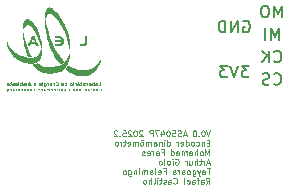
<source format=gbr>
%TF.GenerationSoftware,KiCad,Pcbnew,9.0.4*%
%TF.CreationDate,2025-10-04T22:45:10-03:00*%
%TF.ProjectId,encoder_magnetico,656e636f-6465-4725-9f6d-61676e657469,rev?*%
%TF.SameCoordinates,Original*%
%TF.FileFunction,Legend,Bot*%
%TF.FilePolarity,Positive*%
%FSLAX46Y46*%
G04 Gerber Fmt 4.6, Leading zero omitted, Abs format (unit mm)*
G04 Created by KiCad (PCBNEW 9.0.4) date 2025-10-04 22:45:10*
%MOMM*%
%LPD*%
G01*
G04 APERTURE LIST*
%ADD10C,0.125000*%
%ADD11C,0.150000*%
%ADD12C,0.000000*%
G04 APERTURE END LIST*
D10*
X55115144Y-56367449D02*
X54948478Y-56867449D01*
X54948478Y-56867449D02*
X54781811Y-56367449D01*
X54519907Y-56367449D02*
X54472288Y-56367449D01*
X54472288Y-56367449D02*
X54424669Y-56391259D01*
X54424669Y-56391259D02*
X54400859Y-56415068D01*
X54400859Y-56415068D02*
X54377050Y-56462687D01*
X54377050Y-56462687D02*
X54353240Y-56557925D01*
X54353240Y-56557925D02*
X54353240Y-56676973D01*
X54353240Y-56676973D02*
X54377050Y-56772211D01*
X54377050Y-56772211D02*
X54400859Y-56819830D01*
X54400859Y-56819830D02*
X54424669Y-56843640D01*
X54424669Y-56843640D02*
X54472288Y-56867449D01*
X54472288Y-56867449D02*
X54519907Y-56867449D01*
X54519907Y-56867449D02*
X54567526Y-56843640D01*
X54567526Y-56843640D02*
X54591335Y-56819830D01*
X54591335Y-56819830D02*
X54615145Y-56772211D01*
X54615145Y-56772211D02*
X54638954Y-56676973D01*
X54638954Y-56676973D02*
X54638954Y-56557925D01*
X54638954Y-56557925D02*
X54615145Y-56462687D01*
X54615145Y-56462687D02*
X54591335Y-56415068D01*
X54591335Y-56415068D02*
X54567526Y-56391259D01*
X54567526Y-56391259D02*
X54519907Y-56367449D01*
X54138955Y-56819830D02*
X54115145Y-56843640D01*
X54115145Y-56843640D02*
X54138955Y-56867449D01*
X54138955Y-56867449D02*
X54162764Y-56843640D01*
X54162764Y-56843640D02*
X54138955Y-56819830D01*
X54138955Y-56819830D02*
X54138955Y-56867449D01*
X53805622Y-56367449D02*
X53758003Y-56367449D01*
X53758003Y-56367449D02*
X53710384Y-56391259D01*
X53710384Y-56391259D02*
X53686574Y-56415068D01*
X53686574Y-56415068D02*
X53662765Y-56462687D01*
X53662765Y-56462687D02*
X53638955Y-56557925D01*
X53638955Y-56557925D02*
X53638955Y-56676973D01*
X53638955Y-56676973D02*
X53662765Y-56772211D01*
X53662765Y-56772211D02*
X53686574Y-56819830D01*
X53686574Y-56819830D02*
X53710384Y-56843640D01*
X53710384Y-56843640D02*
X53758003Y-56867449D01*
X53758003Y-56867449D02*
X53805622Y-56867449D01*
X53805622Y-56867449D02*
X53853241Y-56843640D01*
X53853241Y-56843640D02*
X53877050Y-56819830D01*
X53877050Y-56819830D02*
X53900860Y-56772211D01*
X53900860Y-56772211D02*
X53924669Y-56676973D01*
X53924669Y-56676973D02*
X53924669Y-56557925D01*
X53924669Y-56557925D02*
X53900860Y-56462687D01*
X53900860Y-56462687D02*
X53877050Y-56415068D01*
X53877050Y-56415068D02*
X53853241Y-56391259D01*
X53853241Y-56391259D02*
X53805622Y-56367449D01*
X53067527Y-56724592D02*
X52829432Y-56724592D01*
X53115146Y-56867449D02*
X52948480Y-56367449D01*
X52948480Y-56367449D02*
X52781813Y-56867449D01*
X52638956Y-56843640D02*
X52567528Y-56867449D01*
X52567528Y-56867449D02*
X52448480Y-56867449D01*
X52448480Y-56867449D02*
X52400861Y-56843640D01*
X52400861Y-56843640D02*
X52377052Y-56819830D01*
X52377052Y-56819830D02*
X52353242Y-56772211D01*
X52353242Y-56772211D02*
X52353242Y-56724592D01*
X52353242Y-56724592D02*
X52377052Y-56676973D01*
X52377052Y-56676973D02*
X52400861Y-56653163D01*
X52400861Y-56653163D02*
X52448480Y-56629354D01*
X52448480Y-56629354D02*
X52543718Y-56605544D01*
X52543718Y-56605544D02*
X52591337Y-56581735D01*
X52591337Y-56581735D02*
X52615147Y-56557925D01*
X52615147Y-56557925D02*
X52638956Y-56510306D01*
X52638956Y-56510306D02*
X52638956Y-56462687D01*
X52638956Y-56462687D02*
X52615147Y-56415068D01*
X52615147Y-56415068D02*
X52591337Y-56391259D01*
X52591337Y-56391259D02*
X52543718Y-56367449D01*
X52543718Y-56367449D02*
X52424671Y-56367449D01*
X52424671Y-56367449D02*
X52353242Y-56391259D01*
X51900862Y-56367449D02*
X52138957Y-56367449D01*
X52138957Y-56367449D02*
X52162766Y-56605544D01*
X52162766Y-56605544D02*
X52138957Y-56581735D01*
X52138957Y-56581735D02*
X52091338Y-56557925D01*
X52091338Y-56557925D02*
X51972290Y-56557925D01*
X51972290Y-56557925D02*
X51924671Y-56581735D01*
X51924671Y-56581735D02*
X51900862Y-56605544D01*
X51900862Y-56605544D02*
X51877052Y-56653163D01*
X51877052Y-56653163D02*
X51877052Y-56772211D01*
X51877052Y-56772211D02*
X51900862Y-56819830D01*
X51900862Y-56819830D02*
X51924671Y-56843640D01*
X51924671Y-56843640D02*
X51972290Y-56867449D01*
X51972290Y-56867449D02*
X52091338Y-56867449D01*
X52091338Y-56867449D02*
X52138957Y-56843640D01*
X52138957Y-56843640D02*
X52162766Y-56819830D01*
X51567529Y-56367449D02*
X51519910Y-56367449D01*
X51519910Y-56367449D02*
X51472291Y-56391259D01*
X51472291Y-56391259D02*
X51448481Y-56415068D01*
X51448481Y-56415068D02*
X51424672Y-56462687D01*
X51424672Y-56462687D02*
X51400862Y-56557925D01*
X51400862Y-56557925D02*
X51400862Y-56676973D01*
X51400862Y-56676973D02*
X51424672Y-56772211D01*
X51424672Y-56772211D02*
X51448481Y-56819830D01*
X51448481Y-56819830D02*
X51472291Y-56843640D01*
X51472291Y-56843640D02*
X51519910Y-56867449D01*
X51519910Y-56867449D02*
X51567529Y-56867449D01*
X51567529Y-56867449D02*
X51615148Y-56843640D01*
X51615148Y-56843640D02*
X51638957Y-56819830D01*
X51638957Y-56819830D02*
X51662767Y-56772211D01*
X51662767Y-56772211D02*
X51686576Y-56676973D01*
X51686576Y-56676973D02*
X51686576Y-56557925D01*
X51686576Y-56557925D02*
X51662767Y-56462687D01*
X51662767Y-56462687D02*
X51638957Y-56415068D01*
X51638957Y-56415068D02*
X51615148Y-56391259D01*
X51615148Y-56391259D02*
X51567529Y-56367449D01*
X50972291Y-56534116D02*
X50972291Y-56867449D01*
X51091339Y-56343640D02*
X51210386Y-56700782D01*
X51210386Y-56700782D02*
X50900863Y-56700782D01*
X50758006Y-56367449D02*
X50424673Y-56367449D01*
X50424673Y-56367449D02*
X50638958Y-56867449D01*
X50234197Y-56867449D02*
X50234197Y-56367449D01*
X50234197Y-56367449D02*
X50043721Y-56367449D01*
X50043721Y-56367449D02*
X49996102Y-56391259D01*
X49996102Y-56391259D02*
X49972292Y-56415068D01*
X49972292Y-56415068D02*
X49948483Y-56462687D01*
X49948483Y-56462687D02*
X49948483Y-56534116D01*
X49948483Y-56534116D02*
X49972292Y-56581735D01*
X49972292Y-56581735D02*
X49996102Y-56605544D01*
X49996102Y-56605544D02*
X50043721Y-56629354D01*
X50043721Y-56629354D02*
X50234197Y-56629354D01*
X49377054Y-56415068D02*
X49353245Y-56391259D01*
X49353245Y-56391259D02*
X49305626Y-56367449D01*
X49305626Y-56367449D02*
X49186578Y-56367449D01*
X49186578Y-56367449D02*
X49138959Y-56391259D01*
X49138959Y-56391259D02*
X49115150Y-56415068D01*
X49115150Y-56415068D02*
X49091340Y-56462687D01*
X49091340Y-56462687D02*
X49091340Y-56510306D01*
X49091340Y-56510306D02*
X49115150Y-56581735D01*
X49115150Y-56581735D02*
X49400864Y-56867449D01*
X49400864Y-56867449D02*
X49091340Y-56867449D01*
X48781817Y-56367449D02*
X48734198Y-56367449D01*
X48734198Y-56367449D02*
X48686579Y-56391259D01*
X48686579Y-56391259D02*
X48662769Y-56415068D01*
X48662769Y-56415068D02*
X48638960Y-56462687D01*
X48638960Y-56462687D02*
X48615150Y-56557925D01*
X48615150Y-56557925D02*
X48615150Y-56676973D01*
X48615150Y-56676973D02*
X48638960Y-56772211D01*
X48638960Y-56772211D02*
X48662769Y-56819830D01*
X48662769Y-56819830D02*
X48686579Y-56843640D01*
X48686579Y-56843640D02*
X48734198Y-56867449D01*
X48734198Y-56867449D02*
X48781817Y-56867449D01*
X48781817Y-56867449D02*
X48829436Y-56843640D01*
X48829436Y-56843640D02*
X48853245Y-56819830D01*
X48853245Y-56819830D02*
X48877055Y-56772211D01*
X48877055Y-56772211D02*
X48900864Y-56676973D01*
X48900864Y-56676973D02*
X48900864Y-56557925D01*
X48900864Y-56557925D02*
X48877055Y-56462687D01*
X48877055Y-56462687D02*
X48853245Y-56415068D01*
X48853245Y-56415068D02*
X48829436Y-56391259D01*
X48829436Y-56391259D02*
X48781817Y-56367449D01*
X48424674Y-56415068D02*
X48400865Y-56391259D01*
X48400865Y-56391259D02*
X48353246Y-56367449D01*
X48353246Y-56367449D02*
X48234198Y-56367449D01*
X48234198Y-56367449D02*
X48186579Y-56391259D01*
X48186579Y-56391259D02*
X48162770Y-56415068D01*
X48162770Y-56415068D02*
X48138960Y-56462687D01*
X48138960Y-56462687D02*
X48138960Y-56510306D01*
X48138960Y-56510306D02*
X48162770Y-56581735D01*
X48162770Y-56581735D02*
X48448484Y-56867449D01*
X48448484Y-56867449D02*
X48138960Y-56867449D01*
X47686580Y-56367449D02*
X47924675Y-56367449D01*
X47924675Y-56367449D02*
X47948484Y-56605544D01*
X47948484Y-56605544D02*
X47924675Y-56581735D01*
X47924675Y-56581735D02*
X47877056Y-56557925D01*
X47877056Y-56557925D02*
X47758008Y-56557925D01*
X47758008Y-56557925D02*
X47710389Y-56581735D01*
X47710389Y-56581735D02*
X47686580Y-56605544D01*
X47686580Y-56605544D02*
X47662770Y-56653163D01*
X47662770Y-56653163D02*
X47662770Y-56772211D01*
X47662770Y-56772211D02*
X47686580Y-56819830D01*
X47686580Y-56819830D02*
X47710389Y-56843640D01*
X47710389Y-56843640D02*
X47758008Y-56867449D01*
X47758008Y-56867449D02*
X47877056Y-56867449D01*
X47877056Y-56867449D02*
X47924675Y-56843640D01*
X47924675Y-56843640D02*
X47948484Y-56819830D01*
X47448485Y-56819830D02*
X47424675Y-56843640D01*
X47424675Y-56843640D02*
X47448485Y-56867449D01*
X47448485Y-56867449D02*
X47472294Y-56843640D01*
X47472294Y-56843640D02*
X47448485Y-56819830D01*
X47448485Y-56819830D02*
X47448485Y-56867449D01*
X47234199Y-56415068D02*
X47210390Y-56391259D01*
X47210390Y-56391259D02*
X47162771Y-56367449D01*
X47162771Y-56367449D02*
X47043723Y-56367449D01*
X47043723Y-56367449D02*
X46996104Y-56391259D01*
X46996104Y-56391259D02*
X46972295Y-56415068D01*
X46972295Y-56415068D02*
X46948485Y-56462687D01*
X46948485Y-56462687D02*
X46948485Y-56510306D01*
X46948485Y-56510306D02*
X46972295Y-56581735D01*
X46972295Y-56581735D02*
X47258009Y-56867449D01*
X47258009Y-56867449D02*
X46948485Y-56867449D01*
X55043716Y-57410516D02*
X54877049Y-57410516D01*
X54805621Y-57672421D02*
X55043716Y-57672421D01*
X55043716Y-57672421D02*
X55043716Y-57172421D01*
X55043716Y-57172421D02*
X54805621Y-57172421D01*
X54591335Y-57339088D02*
X54591335Y-57672421D01*
X54591335Y-57386707D02*
X54567525Y-57362897D01*
X54567525Y-57362897D02*
X54519906Y-57339088D01*
X54519906Y-57339088D02*
X54448478Y-57339088D01*
X54448478Y-57339088D02*
X54400859Y-57362897D01*
X54400859Y-57362897D02*
X54377049Y-57410516D01*
X54377049Y-57410516D02*
X54377049Y-57672421D01*
X53924668Y-57648612D02*
X53972287Y-57672421D01*
X53972287Y-57672421D02*
X54067525Y-57672421D01*
X54067525Y-57672421D02*
X54115144Y-57648612D01*
X54115144Y-57648612D02*
X54138954Y-57624802D01*
X54138954Y-57624802D02*
X54162763Y-57577183D01*
X54162763Y-57577183D02*
X54162763Y-57434326D01*
X54162763Y-57434326D02*
X54138954Y-57386707D01*
X54138954Y-57386707D02*
X54115144Y-57362897D01*
X54115144Y-57362897D02*
X54067525Y-57339088D01*
X54067525Y-57339088D02*
X53972287Y-57339088D01*
X53972287Y-57339088D02*
X53924668Y-57362897D01*
X53638954Y-57672421D02*
X53686573Y-57648612D01*
X53686573Y-57648612D02*
X53710383Y-57624802D01*
X53710383Y-57624802D02*
X53734192Y-57577183D01*
X53734192Y-57577183D02*
X53734192Y-57434326D01*
X53734192Y-57434326D02*
X53710383Y-57386707D01*
X53710383Y-57386707D02*
X53686573Y-57362897D01*
X53686573Y-57362897D02*
X53638954Y-57339088D01*
X53638954Y-57339088D02*
X53567526Y-57339088D01*
X53567526Y-57339088D02*
X53519907Y-57362897D01*
X53519907Y-57362897D02*
X53496097Y-57386707D01*
X53496097Y-57386707D02*
X53472288Y-57434326D01*
X53472288Y-57434326D02*
X53472288Y-57577183D01*
X53472288Y-57577183D02*
X53496097Y-57624802D01*
X53496097Y-57624802D02*
X53519907Y-57648612D01*
X53519907Y-57648612D02*
X53567526Y-57672421D01*
X53567526Y-57672421D02*
X53638954Y-57672421D01*
X53043716Y-57672421D02*
X53043716Y-57172421D01*
X53043716Y-57648612D02*
X53091335Y-57672421D01*
X53091335Y-57672421D02*
X53186573Y-57672421D01*
X53186573Y-57672421D02*
X53234192Y-57648612D01*
X53234192Y-57648612D02*
X53258002Y-57624802D01*
X53258002Y-57624802D02*
X53281811Y-57577183D01*
X53281811Y-57577183D02*
X53281811Y-57434326D01*
X53281811Y-57434326D02*
X53258002Y-57386707D01*
X53258002Y-57386707D02*
X53234192Y-57362897D01*
X53234192Y-57362897D02*
X53186573Y-57339088D01*
X53186573Y-57339088D02*
X53091335Y-57339088D01*
X53091335Y-57339088D02*
X53043716Y-57362897D01*
X52615145Y-57648612D02*
X52662764Y-57672421D01*
X52662764Y-57672421D02*
X52758002Y-57672421D01*
X52758002Y-57672421D02*
X52805621Y-57648612D01*
X52805621Y-57648612D02*
X52829430Y-57600992D01*
X52829430Y-57600992D02*
X52829430Y-57410516D01*
X52829430Y-57410516D02*
X52805621Y-57362897D01*
X52805621Y-57362897D02*
X52758002Y-57339088D01*
X52758002Y-57339088D02*
X52662764Y-57339088D01*
X52662764Y-57339088D02*
X52615145Y-57362897D01*
X52615145Y-57362897D02*
X52591335Y-57410516D01*
X52591335Y-57410516D02*
X52591335Y-57458135D01*
X52591335Y-57458135D02*
X52829430Y-57505754D01*
X52377050Y-57672421D02*
X52377050Y-57339088D01*
X52377050Y-57434326D02*
X52353240Y-57386707D01*
X52353240Y-57386707D02*
X52329431Y-57362897D01*
X52329431Y-57362897D02*
X52281812Y-57339088D01*
X52281812Y-57339088D02*
X52234193Y-57339088D01*
X51472288Y-57672421D02*
X51472288Y-57172421D01*
X51472288Y-57648612D02*
X51519907Y-57672421D01*
X51519907Y-57672421D02*
X51615145Y-57672421D01*
X51615145Y-57672421D02*
X51662764Y-57648612D01*
X51662764Y-57648612D02*
X51686574Y-57624802D01*
X51686574Y-57624802D02*
X51710383Y-57577183D01*
X51710383Y-57577183D02*
X51710383Y-57434326D01*
X51710383Y-57434326D02*
X51686574Y-57386707D01*
X51686574Y-57386707D02*
X51662764Y-57362897D01*
X51662764Y-57362897D02*
X51615145Y-57339088D01*
X51615145Y-57339088D02*
X51519907Y-57339088D01*
X51519907Y-57339088D02*
X51472288Y-57362897D01*
X51234193Y-57672421D02*
X51234193Y-57339088D01*
X51234193Y-57172421D02*
X51258002Y-57196231D01*
X51258002Y-57196231D02*
X51234193Y-57220040D01*
X51234193Y-57220040D02*
X51210383Y-57196231D01*
X51210383Y-57196231D02*
X51234193Y-57172421D01*
X51234193Y-57172421D02*
X51234193Y-57220040D01*
X50996098Y-57339088D02*
X50996098Y-57672421D01*
X50996098Y-57386707D02*
X50972288Y-57362897D01*
X50972288Y-57362897D02*
X50924669Y-57339088D01*
X50924669Y-57339088D02*
X50853241Y-57339088D01*
X50853241Y-57339088D02*
X50805622Y-57362897D01*
X50805622Y-57362897D02*
X50781812Y-57410516D01*
X50781812Y-57410516D02*
X50781812Y-57672421D01*
X50329431Y-57672421D02*
X50329431Y-57410516D01*
X50329431Y-57410516D02*
X50353241Y-57362897D01*
X50353241Y-57362897D02*
X50400860Y-57339088D01*
X50400860Y-57339088D02*
X50496098Y-57339088D01*
X50496098Y-57339088D02*
X50543717Y-57362897D01*
X50329431Y-57648612D02*
X50377050Y-57672421D01*
X50377050Y-57672421D02*
X50496098Y-57672421D01*
X50496098Y-57672421D02*
X50543717Y-57648612D01*
X50543717Y-57648612D02*
X50567526Y-57600992D01*
X50567526Y-57600992D02*
X50567526Y-57553373D01*
X50567526Y-57553373D02*
X50543717Y-57505754D01*
X50543717Y-57505754D02*
X50496098Y-57481945D01*
X50496098Y-57481945D02*
X50377050Y-57481945D01*
X50377050Y-57481945D02*
X50329431Y-57458135D01*
X50091336Y-57672421D02*
X50091336Y-57339088D01*
X50091336Y-57386707D02*
X50067526Y-57362897D01*
X50067526Y-57362897D02*
X50019907Y-57339088D01*
X50019907Y-57339088D02*
X49948479Y-57339088D01*
X49948479Y-57339088D02*
X49900860Y-57362897D01*
X49900860Y-57362897D02*
X49877050Y-57410516D01*
X49877050Y-57410516D02*
X49877050Y-57672421D01*
X49877050Y-57410516D02*
X49853241Y-57362897D01*
X49853241Y-57362897D02*
X49805622Y-57339088D01*
X49805622Y-57339088D02*
X49734193Y-57339088D01*
X49734193Y-57339088D02*
X49686574Y-57362897D01*
X49686574Y-57362897D02*
X49662764Y-57410516D01*
X49662764Y-57410516D02*
X49662764Y-57672421D01*
X49353240Y-57672421D02*
X49400859Y-57648612D01*
X49400859Y-57648612D02*
X49424669Y-57624802D01*
X49424669Y-57624802D02*
X49448478Y-57577183D01*
X49448478Y-57577183D02*
X49448478Y-57434326D01*
X49448478Y-57434326D02*
X49424669Y-57386707D01*
X49424669Y-57386707D02*
X49400859Y-57362897D01*
X49400859Y-57362897D02*
X49353240Y-57339088D01*
X49353240Y-57339088D02*
X49281812Y-57339088D01*
X49281812Y-57339088D02*
X49234193Y-57362897D01*
X49234193Y-57362897D02*
X49210383Y-57386707D01*
X49210383Y-57386707D02*
X49186574Y-57434326D01*
X49186574Y-57434326D02*
X49186574Y-57577183D01*
X49186574Y-57577183D02*
X49210383Y-57624802D01*
X49210383Y-57624802D02*
X49234193Y-57648612D01*
X49234193Y-57648612D02*
X49281812Y-57672421D01*
X49281812Y-57672421D02*
X49353240Y-57672421D01*
X49400859Y-57220040D02*
X49305621Y-57148612D01*
X49305621Y-57148612D02*
X49210383Y-57220040D01*
X48972288Y-57672421D02*
X48972288Y-57339088D01*
X48972288Y-57386707D02*
X48948478Y-57362897D01*
X48948478Y-57362897D02*
X48900859Y-57339088D01*
X48900859Y-57339088D02*
X48829431Y-57339088D01*
X48829431Y-57339088D02*
X48781812Y-57362897D01*
X48781812Y-57362897D02*
X48758002Y-57410516D01*
X48758002Y-57410516D02*
X48758002Y-57672421D01*
X48758002Y-57410516D02*
X48734193Y-57362897D01*
X48734193Y-57362897D02*
X48686574Y-57339088D01*
X48686574Y-57339088D02*
X48615145Y-57339088D01*
X48615145Y-57339088D02*
X48567526Y-57362897D01*
X48567526Y-57362897D02*
X48543716Y-57410516D01*
X48543716Y-57410516D02*
X48543716Y-57672421D01*
X48115145Y-57648612D02*
X48162764Y-57672421D01*
X48162764Y-57672421D02*
X48258002Y-57672421D01*
X48258002Y-57672421D02*
X48305621Y-57648612D01*
X48305621Y-57648612D02*
X48329430Y-57600992D01*
X48329430Y-57600992D02*
X48329430Y-57410516D01*
X48329430Y-57410516D02*
X48305621Y-57362897D01*
X48305621Y-57362897D02*
X48258002Y-57339088D01*
X48258002Y-57339088D02*
X48162764Y-57339088D01*
X48162764Y-57339088D02*
X48115145Y-57362897D01*
X48115145Y-57362897D02*
X48091335Y-57410516D01*
X48091335Y-57410516D02*
X48091335Y-57458135D01*
X48091335Y-57458135D02*
X48329430Y-57505754D01*
X47948478Y-57339088D02*
X47758002Y-57339088D01*
X47877050Y-57172421D02*
X47877050Y-57600992D01*
X47877050Y-57600992D02*
X47853240Y-57648612D01*
X47853240Y-57648612D02*
X47805621Y-57672421D01*
X47805621Y-57672421D02*
X47758002Y-57672421D01*
X47591336Y-57672421D02*
X47591336Y-57339088D01*
X47591336Y-57434326D02*
X47567526Y-57386707D01*
X47567526Y-57386707D02*
X47543717Y-57362897D01*
X47543717Y-57362897D02*
X47496098Y-57339088D01*
X47496098Y-57339088D02*
X47448479Y-57339088D01*
X47210383Y-57672421D02*
X47258002Y-57648612D01*
X47258002Y-57648612D02*
X47281812Y-57624802D01*
X47281812Y-57624802D02*
X47305621Y-57577183D01*
X47305621Y-57577183D02*
X47305621Y-57434326D01*
X47305621Y-57434326D02*
X47281812Y-57386707D01*
X47281812Y-57386707D02*
X47258002Y-57362897D01*
X47258002Y-57362897D02*
X47210383Y-57339088D01*
X47210383Y-57339088D02*
X47138955Y-57339088D01*
X47138955Y-57339088D02*
X47091336Y-57362897D01*
X47091336Y-57362897D02*
X47067526Y-57386707D01*
X47067526Y-57386707D02*
X47043717Y-57434326D01*
X47043717Y-57434326D02*
X47043717Y-57577183D01*
X47043717Y-57577183D02*
X47067526Y-57624802D01*
X47067526Y-57624802D02*
X47091336Y-57648612D01*
X47091336Y-57648612D02*
X47138955Y-57672421D01*
X47138955Y-57672421D02*
X47210383Y-57672421D01*
X55043716Y-58477393D02*
X55043716Y-57977393D01*
X55043716Y-57977393D02*
X54877049Y-58334536D01*
X54877049Y-58334536D02*
X54710383Y-57977393D01*
X54710383Y-57977393D02*
X54710383Y-58477393D01*
X54400858Y-58477393D02*
X54448477Y-58453584D01*
X54448477Y-58453584D02*
X54472287Y-58429774D01*
X54472287Y-58429774D02*
X54496096Y-58382155D01*
X54496096Y-58382155D02*
X54496096Y-58239298D01*
X54496096Y-58239298D02*
X54472287Y-58191679D01*
X54472287Y-58191679D02*
X54448477Y-58167869D01*
X54448477Y-58167869D02*
X54400858Y-58144060D01*
X54400858Y-58144060D02*
X54329430Y-58144060D01*
X54329430Y-58144060D02*
X54281811Y-58167869D01*
X54281811Y-58167869D02*
X54258001Y-58191679D01*
X54258001Y-58191679D02*
X54234192Y-58239298D01*
X54234192Y-58239298D02*
X54234192Y-58382155D01*
X54234192Y-58382155D02*
X54258001Y-58429774D01*
X54258001Y-58429774D02*
X54281811Y-58453584D01*
X54281811Y-58453584D02*
X54329430Y-58477393D01*
X54329430Y-58477393D02*
X54400858Y-58477393D01*
X54019906Y-58477393D02*
X54019906Y-57977393D01*
X53805620Y-58477393D02*
X53805620Y-58215488D01*
X53805620Y-58215488D02*
X53829430Y-58167869D01*
X53829430Y-58167869D02*
X53877049Y-58144060D01*
X53877049Y-58144060D02*
X53948477Y-58144060D01*
X53948477Y-58144060D02*
X53996096Y-58167869D01*
X53996096Y-58167869D02*
X54019906Y-58191679D01*
X53353239Y-58477393D02*
X53353239Y-58215488D01*
X53353239Y-58215488D02*
X53377049Y-58167869D01*
X53377049Y-58167869D02*
X53424668Y-58144060D01*
X53424668Y-58144060D02*
X53519906Y-58144060D01*
X53519906Y-58144060D02*
X53567525Y-58167869D01*
X53353239Y-58453584D02*
X53400858Y-58477393D01*
X53400858Y-58477393D02*
X53519906Y-58477393D01*
X53519906Y-58477393D02*
X53567525Y-58453584D01*
X53567525Y-58453584D02*
X53591334Y-58405964D01*
X53591334Y-58405964D02*
X53591334Y-58358345D01*
X53591334Y-58358345D02*
X53567525Y-58310726D01*
X53567525Y-58310726D02*
X53519906Y-58286917D01*
X53519906Y-58286917D02*
X53400858Y-58286917D01*
X53400858Y-58286917D02*
X53353239Y-58263107D01*
X53115144Y-58477393D02*
X53115144Y-58144060D01*
X53115144Y-58191679D02*
X53091334Y-58167869D01*
X53091334Y-58167869D02*
X53043715Y-58144060D01*
X53043715Y-58144060D02*
X52972287Y-58144060D01*
X52972287Y-58144060D02*
X52924668Y-58167869D01*
X52924668Y-58167869D02*
X52900858Y-58215488D01*
X52900858Y-58215488D02*
X52900858Y-58477393D01*
X52900858Y-58215488D02*
X52877049Y-58167869D01*
X52877049Y-58167869D02*
X52829430Y-58144060D01*
X52829430Y-58144060D02*
X52758001Y-58144060D01*
X52758001Y-58144060D02*
X52710382Y-58167869D01*
X52710382Y-58167869D02*
X52686572Y-58215488D01*
X52686572Y-58215488D02*
X52686572Y-58477393D01*
X52234191Y-58477393D02*
X52234191Y-58215488D01*
X52234191Y-58215488D02*
X52258001Y-58167869D01*
X52258001Y-58167869D02*
X52305620Y-58144060D01*
X52305620Y-58144060D02*
X52400858Y-58144060D01*
X52400858Y-58144060D02*
X52448477Y-58167869D01*
X52234191Y-58453584D02*
X52281810Y-58477393D01*
X52281810Y-58477393D02*
X52400858Y-58477393D01*
X52400858Y-58477393D02*
X52448477Y-58453584D01*
X52448477Y-58453584D02*
X52472286Y-58405964D01*
X52472286Y-58405964D02*
X52472286Y-58358345D01*
X52472286Y-58358345D02*
X52448477Y-58310726D01*
X52448477Y-58310726D02*
X52400858Y-58286917D01*
X52400858Y-58286917D02*
X52281810Y-58286917D01*
X52281810Y-58286917D02*
X52234191Y-58263107D01*
X51781810Y-58477393D02*
X51781810Y-57977393D01*
X51781810Y-58453584D02*
X51829429Y-58477393D01*
X51829429Y-58477393D02*
X51924667Y-58477393D01*
X51924667Y-58477393D02*
X51972286Y-58453584D01*
X51972286Y-58453584D02*
X51996096Y-58429774D01*
X51996096Y-58429774D02*
X52019905Y-58382155D01*
X52019905Y-58382155D02*
X52019905Y-58239298D01*
X52019905Y-58239298D02*
X51996096Y-58191679D01*
X51996096Y-58191679D02*
X51972286Y-58167869D01*
X51972286Y-58167869D02*
X51924667Y-58144060D01*
X51924667Y-58144060D02*
X51829429Y-58144060D01*
X51829429Y-58144060D02*
X51781810Y-58167869D01*
X50996096Y-58215488D02*
X51162763Y-58215488D01*
X51162763Y-58477393D02*
X51162763Y-57977393D01*
X51162763Y-57977393D02*
X50924668Y-57977393D01*
X50519906Y-58477393D02*
X50519906Y-58215488D01*
X50519906Y-58215488D02*
X50543716Y-58167869D01*
X50543716Y-58167869D02*
X50591335Y-58144060D01*
X50591335Y-58144060D02*
X50686573Y-58144060D01*
X50686573Y-58144060D02*
X50734192Y-58167869D01*
X50519906Y-58453584D02*
X50567525Y-58477393D01*
X50567525Y-58477393D02*
X50686573Y-58477393D01*
X50686573Y-58477393D02*
X50734192Y-58453584D01*
X50734192Y-58453584D02*
X50758001Y-58405964D01*
X50758001Y-58405964D02*
X50758001Y-58358345D01*
X50758001Y-58358345D02*
X50734192Y-58310726D01*
X50734192Y-58310726D02*
X50686573Y-58286917D01*
X50686573Y-58286917D02*
X50567525Y-58286917D01*
X50567525Y-58286917D02*
X50519906Y-58263107D01*
X50281811Y-58477393D02*
X50281811Y-58144060D01*
X50281811Y-58239298D02*
X50258001Y-58191679D01*
X50258001Y-58191679D02*
X50234192Y-58167869D01*
X50234192Y-58167869D02*
X50186573Y-58144060D01*
X50186573Y-58144060D02*
X50138954Y-58144060D01*
X49781811Y-58453584D02*
X49829430Y-58477393D01*
X49829430Y-58477393D02*
X49924668Y-58477393D01*
X49924668Y-58477393D02*
X49972287Y-58453584D01*
X49972287Y-58453584D02*
X49996096Y-58405964D01*
X49996096Y-58405964D02*
X49996096Y-58215488D01*
X49996096Y-58215488D02*
X49972287Y-58167869D01*
X49972287Y-58167869D02*
X49924668Y-58144060D01*
X49924668Y-58144060D02*
X49829430Y-58144060D01*
X49829430Y-58144060D02*
X49781811Y-58167869D01*
X49781811Y-58167869D02*
X49758001Y-58215488D01*
X49758001Y-58215488D02*
X49758001Y-58263107D01*
X49758001Y-58263107D02*
X49996096Y-58310726D01*
X49567525Y-58453584D02*
X49519906Y-58477393D01*
X49519906Y-58477393D02*
X49424668Y-58477393D01*
X49424668Y-58477393D02*
X49377049Y-58453584D01*
X49377049Y-58453584D02*
X49353240Y-58405964D01*
X49353240Y-58405964D02*
X49353240Y-58382155D01*
X49353240Y-58382155D02*
X49377049Y-58334536D01*
X49377049Y-58334536D02*
X49424668Y-58310726D01*
X49424668Y-58310726D02*
X49496097Y-58310726D01*
X49496097Y-58310726D02*
X49543716Y-58286917D01*
X49543716Y-58286917D02*
X49567525Y-58239298D01*
X49567525Y-58239298D02*
X49567525Y-58215488D01*
X49567525Y-58215488D02*
X49543716Y-58167869D01*
X49543716Y-58167869D02*
X49496097Y-58144060D01*
X49496097Y-58144060D02*
X49424668Y-58144060D01*
X49424668Y-58144060D02*
X49377049Y-58167869D01*
X55067525Y-59139508D02*
X54829430Y-59139508D01*
X55115144Y-59282365D02*
X54948478Y-58782365D01*
X54948478Y-58782365D02*
X54781811Y-59282365D01*
X54615145Y-59282365D02*
X54615145Y-58949032D01*
X54615145Y-59044270D02*
X54591335Y-58996651D01*
X54591335Y-58996651D02*
X54567526Y-58972841D01*
X54567526Y-58972841D02*
X54519907Y-58949032D01*
X54519907Y-58949032D02*
X54472288Y-58949032D01*
X54377049Y-58949032D02*
X54186573Y-58949032D01*
X54305621Y-58782365D02*
X54305621Y-59210936D01*
X54305621Y-59210936D02*
X54281811Y-59258556D01*
X54281811Y-59258556D02*
X54234192Y-59282365D01*
X54234192Y-59282365D02*
X54186573Y-59282365D01*
X54019907Y-59282365D02*
X54019907Y-58782365D01*
X53805621Y-59282365D02*
X53805621Y-59020460D01*
X53805621Y-59020460D02*
X53829431Y-58972841D01*
X53829431Y-58972841D02*
X53877050Y-58949032D01*
X53877050Y-58949032D02*
X53948478Y-58949032D01*
X53948478Y-58949032D02*
X53996097Y-58972841D01*
X53996097Y-58972841D02*
X54019907Y-58996651D01*
X53353240Y-58949032D02*
X53353240Y-59282365D01*
X53567526Y-58949032D02*
X53567526Y-59210936D01*
X53567526Y-59210936D02*
X53543716Y-59258556D01*
X53543716Y-59258556D02*
X53496097Y-59282365D01*
X53496097Y-59282365D02*
X53424669Y-59282365D01*
X53424669Y-59282365D02*
X53377050Y-59258556D01*
X53377050Y-59258556D02*
X53353240Y-59234746D01*
X53115145Y-59282365D02*
X53115145Y-58949032D01*
X53115145Y-59044270D02*
X53091335Y-58996651D01*
X53091335Y-58996651D02*
X53067526Y-58972841D01*
X53067526Y-58972841D02*
X53019907Y-58949032D01*
X53019907Y-58949032D02*
X52972288Y-58949032D01*
X52162764Y-58806175D02*
X52210383Y-58782365D01*
X52210383Y-58782365D02*
X52281812Y-58782365D01*
X52281812Y-58782365D02*
X52353240Y-58806175D01*
X52353240Y-58806175D02*
X52400859Y-58853794D01*
X52400859Y-58853794D02*
X52424669Y-58901413D01*
X52424669Y-58901413D02*
X52448478Y-58996651D01*
X52448478Y-58996651D02*
X52448478Y-59068079D01*
X52448478Y-59068079D02*
X52424669Y-59163317D01*
X52424669Y-59163317D02*
X52400859Y-59210936D01*
X52400859Y-59210936D02*
X52353240Y-59258556D01*
X52353240Y-59258556D02*
X52281812Y-59282365D01*
X52281812Y-59282365D02*
X52234193Y-59282365D01*
X52234193Y-59282365D02*
X52162764Y-59258556D01*
X52162764Y-59258556D02*
X52138955Y-59234746D01*
X52138955Y-59234746D02*
X52138955Y-59068079D01*
X52138955Y-59068079D02*
X52234193Y-59068079D01*
X51924669Y-59282365D02*
X51924669Y-58949032D01*
X51924669Y-58782365D02*
X51948478Y-58806175D01*
X51948478Y-58806175D02*
X51924669Y-58829984D01*
X51924669Y-58829984D02*
X51900859Y-58806175D01*
X51900859Y-58806175D02*
X51924669Y-58782365D01*
X51924669Y-58782365D02*
X51924669Y-58829984D01*
X51615145Y-59282365D02*
X51662764Y-59258556D01*
X51662764Y-59258556D02*
X51686574Y-59234746D01*
X51686574Y-59234746D02*
X51710383Y-59187127D01*
X51710383Y-59187127D02*
X51710383Y-59044270D01*
X51710383Y-59044270D02*
X51686574Y-58996651D01*
X51686574Y-58996651D02*
X51662764Y-58972841D01*
X51662764Y-58972841D02*
X51615145Y-58949032D01*
X51615145Y-58949032D02*
X51543717Y-58949032D01*
X51543717Y-58949032D02*
X51496098Y-58972841D01*
X51496098Y-58972841D02*
X51472288Y-58996651D01*
X51472288Y-58996651D02*
X51448479Y-59044270D01*
X51448479Y-59044270D02*
X51448479Y-59187127D01*
X51448479Y-59187127D02*
X51472288Y-59234746D01*
X51472288Y-59234746D02*
X51496098Y-59258556D01*
X51496098Y-59258556D02*
X51543717Y-59282365D01*
X51543717Y-59282365D02*
X51615145Y-59282365D01*
X51162764Y-59282365D02*
X51210383Y-59258556D01*
X51210383Y-59258556D02*
X51234193Y-59210936D01*
X51234193Y-59210936D02*
X51234193Y-58782365D01*
X50900859Y-59282365D02*
X50948478Y-59258556D01*
X50948478Y-59258556D02*
X50972288Y-59234746D01*
X50972288Y-59234746D02*
X50996097Y-59187127D01*
X50996097Y-59187127D02*
X50996097Y-59044270D01*
X50996097Y-59044270D02*
X50972288Y-58996651D01*
X50972288Y-58996651D02*
X50948478Y-58972841D01*
X50948478Y-58972841D02*
X50900859Y-58949032D01*
X50900859Y-58949032D02*
X50829431Y-58949032D01*
X50829431Y-58949032D02*
X50781812Y-58972841D01*
X50781812Y-58972841D02*
X50758002Y-58996651D01*
X50758002Y-58996651D02*
X50734193Y-59044270D01*
X50734193Y-59044270D02*
X50734193Y-59187127D01*
X50734193Y-59187127D02*
X50758002Y-59234746D01*
X50758002Y-59234746D02*
X50781812Y-59258556D01*
X50781812Y-59258556D02*
X50829431Y-59282365D01*
X50829431Y-59282365D02*
X50900859Y-59282365D01*
X55115144Y-59587337D02*
X54829430Y-59587337D01*
X54972287Y-60087337D02*
X54972287Y-59587337D01*
X54448478Y-60087337D02*
X54448478Y-59825432D01*
X54448478Y-59825432D02*
X54472288Y-59777813D01*
X54472288Y-59777813D02*
X54519907Y-59754004D01*
X54519907Y-59754004D02*
X54615145Y-59754004D01*
X54615145Y-59754004D02*
X54662764Y-59777813D01*
X54448478Y-60063528D02*
X54496097Y-60087337D01*
X54496097Y-60087337D02*
X54615145Y-60087337D01*
X54615145Y-60087337D02*
X54662764Y-60063528D01*
X54662764Y-60063528D02*
X54686573Y-60015908D01*
X54686573Y-60015908D02*
X54686573Y-59968289D01*
X54686573Y-59968289D02*
X54662764Y-59920670D01*
X54662764Y-59920670D02*
X54615145Y-59896861D01*
X54615145Y-59896861D02*
X54496097Y-59896861D01*
X54496097Y-59896861D02*
X54448478Y-59873051D01*
X54258002Y-59754004D02*
X54138954Y-60087337D01*
X54019907Y-59754004D02*
X54138954Y-60087337D01*
X54138954Y-60087337D02*
X54186573Y-60206385D01*
X54186573Y-60206385D02*
X54210383Y-60230194D01*
X54210383Y-60230194D02*
X54258002Y-60254004D01*
X53615145Y-59754004D02*
X53615145Y-60158766D01*
X53615145Y-60158766D02*
X53638955Y-60206385D01*
X53638955Y-60206385D02*
X53662764Y-60230194D01*
X53662764Y-60230194D02*
X53710383Y-60254004D01*
X53710383Y-60254004D02*
X53781812Y-60254004D01*
X53781812Y-60254004D02*
X53829431Y-60230194D01*
X53615145Y-60063528D02*
X53662764Y-60087337D01*
X53662764Y-60087337D02*
X53758002Y-60087337D01*
X53758002Y-60087337D02*
X53805621Y-60063528D01*
X53805621Y-60063528D02*
X53829431Y-60039718D01*
X53829431Y-60039718D02*
X53853240Y-59992099D01*
X53853240Y-59992099D02*
X53853240Y-59849242D01*
X53853240Y-59849242D02*
X53829431Y-59801623D01*
X53829431Y-59801623D02*
X53805621Y-59777813D01*
X53805621Y-59777813D02*
X53758002Y-59754004D01*
X53758002Y-59754004D02*
X53662764Y-59754004D01*
X53662764Y-59754004D02*
X53615145Y-59777813D01*
X53305621Y-60087337D02*
X53353240Y-60063528D01*
X53353240Y-60063528D02*
X53377050Y-60039718D01*
X53377050Y-60039718D02*
X53400859Y-59992099D01*
X53400859Y-59992099D02*
X53400859Y-59849242D01*
X53400859Y-59849242D02*
X53377050Y-59801623D01*
X53377050Y-59801623D02*
X53353240Y-59777813D01*
X53353240Y-59777813D02*
X53305621Y-59754004D01*
X53305621Y-59754004D02*
X53234193Y-59754004D01*
X53234193Y-59754004D02*
X53186574Y-59777813D01*
X53186574Y-59777813D02*
X53162764Y-59801623D01*
X53162764Y-59801623D02*
X53138955Y-59849242D01*
X53138955Y-59849242D02*
X53138955Y-59992099D01*
X53138955Y-59992099D02*
X53162764Y-60039718D01*
X53162764Y-60039718D02*
X53186574Y-60063528D01*
X53186574Y-60063528D02*
X53234193Y-60087337D01*
X53234193Y-60087337D02*
X53305621Y-60087337D01*
X52710383Y-60087337D02*
X52710383Y-59825432D01*
X52710383Y-59825432D02*
X52734193Y-59777813D01*
X52734193Y-59777813D02*
X52781812Y-59754004D01*
X52781812Y-59754004D02*
X52877050Y-59754004D01*
X52877050Y-59754004D02*
X52924669Y-59777813D01*
X52710383Y-60063528D02*
X52758002Y-60087337D01*
X52758002Y-60087337D02*
X52877050Y-60087337D01*
X52877050Y-60087337D02*
X52924669Y-60063528D01*
X52924669Y-60063528D02*
X52948478Y-60015908D01*
X52948478Y-60015908D02*
X52948478Y-59968289D01*
X52948478Y-59968289D02*
X52924669Y-59920670D01*
X52924669Y-59920670D02*
X52877050Y-59896861D01*
X52877050Y-59896861D02*
X52758002Y-59896861D01*
X52758002Y-59896861D02*
X52710383Y-59873051D01*
X52472288Y-60087337D02*
X52472288Y-59754004D01*
X52472288Y-59849242D02*
X52448478Y-59801623D01*
X52448478Y-59801623D02*
X52424669Y-59777813D01*
X52424669Y-59777813D02*
X52377050Y-59754004D01*
X52377050Y-59754004D02*
X52329431Y-59754004D01*
X51948478Y-60087337D02*
X51948478Y-59825432D01*
X51948478Y-59825432D02*
X51972288Y-59777813D01*
X51972288Y-59777813D02*
X52019907Y-59754004D01*
X52019907Y-59754004D02*
X52115145Y-59754004D01*
X52115145Y-59754004D02*
X52162764Y-59777813D01*
X51948478Y-60063528D02*
X51996097Y-60087337D01*
X51996097Y-60087337D02*
X52115145Y-60087337D01*
X52115145Y-60087337D02*
X52162764Y-60063528D01*
X52162764Y-60063528D02*
X52186573Y-60015908D01*
X52186573Y-60015908D02*
X52186573Y-59968289D01*
X52186573Y-59968289D02*
X52162764Y-59920670D01*
X52162764Y-59920670D02*
X52115145Y-59896861D01*
X52115145Y-59896861D02*
X51996097Y-59896861D01*
X51996097Y-59896861D02*
X51948478Y-59873051D01*
X51162764Y-59825432D02*
X51329431Y-59825432D01*
X51329431Y-60087337D02*
X51329431Y-59587337D01*
X51329431Y-59587337D02*
X51091336Y-59587337D01*
X50710384Y-60063528D02*
X50758003Y-60087337D01*
X50758003Y-60087337D02*
X50853241Y-60087337D01*
X50853241Y-60087337D02*
X50900860Y-60063528D01*
X50900860Y-60063528D02*
X50924669Y-60015908D01*
X50924669Y-60015908D02*
X50924669Y-59825432D01*
X50924669Y-59825432D02*
X50900860Y-59777813D01*
X50900860Y-59777813D02*
X50853241Y-59754004D01*
X50853241Y-59754004D02*
X50758003Y-59754004D01*
X50758003Y-59754004D02*
X50710384Y-59777813D01*
X50710384Y-59777813D02*
X50686574Y-59825432D01*
X50686574Y-59825432D02*
X50686574Y-59873051D01*
X50686574Y-59873051D02*
X50924669Y-59920670D01*
X50400860Y-60087337D02*
X50448479Y-60063528D01*
X50448479Y-60063528D02*
X50472289Y-60015908D01*
X50472289Y-60015908D02*
X50472289Y-59587337D01*
X49996098Y-60087337D02*
X49996098Y-59825432D01*
X49996098Y-59825432D02*
X50019908Y-59777813D01*
X50019908Y-59777813D02*
X50067527Y-59754004D01*
X50067527Y-59754004D02*
X50162765Y-59754004D01*
X50162765Y-59754004D02*
X50210384Y-59777813D01*
X49996098Y-60063528D02*
X50043717Y-60087337D01*
X50043717Y-60087337D02*
X50162765Y-60087337D01*
X50162765Y-60087337D02*
X50210384Y-60063528D01*
X50210384Y-60063528D02*
X50234193Y-60015908D01*
X50234193Y-60015908D02*
X50234193Y-59968289D01*
X50234193Y-59968289D02*
X50210384Y-59920670D01*
X50210384Y-59920670D02*
X50162765Y-59896861D01*
X50162765Y-59896861D02*
X50043717Y-59896861D01*
X50043717Y-59896861D02*
X49996098Y-59873051D01*
X49758003Y-60087337D02*
X49758003Y-59754004D01*
X49758003Y-59801623D02*
X49734193Y-59777813D01*
X49734193Y-59777813D02*
X49686574Y-59754004D01*
X49686574Y-59754004D02*
X49615146Y-59754004D01*
X49615146Y-59754004D02*
X49567527Y-59777813D01*
X49567527Y-59777813D02*
X49543717Y-59825432D01*
X49543717Y-59825432D02*
X49543717Y-60087337D01*
X49543717Y-59825432D02*
X49519908Y-59777813D01*
X49519908Y-59777813D02*
X49472289Y-59754004D01*
X49472289Y-59754004D02*
X49400860Y-59754004D01*
X49400860Y-59754004D02*
X49353241Y-59777813D01*
X49353241Y-59777813D02*
X49329431Y-59825432D01*
X49329431Y-59825432D02*
X49329431Y-60087337D01*
X49091336Y-60087337D02*
X49091336Y-59754004D01*
X49091336Y-59587337D02*
X49115145Y-59611147D01*
X49115145Y-59611147D02*
X49091336Y-59634956D01*
X49091336Y-59634956D02*
X49067526Y-59611147D01*
X49067526Y-59611147D02*
X49091336Y-59587337D01*
X49091336Y-59587337D02*
X49091336Y-59634956D01*
X48853241Y-59754004D02*
X48853241Y-60087337D01*
X48853241Y-59801623D02*
X48829431Y-59777813D01*
X48829431Y-59777813D02*
X48781812Y-59754004D01*
X48781812Y-59754004D02*
X48710384Y-59754004D01*
X48710384Y-59754004D02*
X48662765Y-59777813D01*
X48662765Y-59777813D02*
X48638955Y-59825432D01*
X48638955Y-59825432D02*
X48638955Y-60087337D01*
X48186574Y-59754004D02*
X48186574Y-60158766D01*
X48186574Y-60158766D02*
X48210384Y-60206385D01*
X48210384Y-60206385D02*
X48234193Y-60230194D01*
X48234193Y-60230194D02*
X48281812Y-60254004D01*
X48281812Y-60254004D02*
X48353241Y-60254004D01*
X48353241Y-60254004D02*
X48400860Y-60230194D01*
X48186574Y-60063528D02*
X48234193Y-60087337D01*
X48234193Y-60087337D02*
X48329431Y-60087337D01*
X48329431Y-60087337D02*
X48377050Y-60063528D01*
X48377050Y-60063528D02*
X48400860Y-60039718D01*
X48400860Y-60039718D02*
X48424669Y-59992099D01*
X48424669Y-59992099D02*
X48424669Y-59849242D01*
X48424669Y-59849242D02*
X48400860Y-59801623D01*
X48400860Y-59801623D02*
X48377050Y-59777813D01*
X48377050Y-59777813D02*
X48329431Y-59754004D01*
X48329431Y-59754004D02*
X48234193Y-59754004D01*
X48234193Y-59754004D02*
X48186574Y-59777813D01*
X47877050Y-60087337D02*
X47924669Y-60063528D01*
X47924669Y-60063528D02*
X47948479Y-60039718D01*
X47948479Y-60039718D02*
X47972288Y-59992099D01*
X47972288Y-59992099D02*
X47972288Y-59849242D01*
X47972288Y-59849242D02*
X47948479Y-59801623D01*
X47948479Y-59801623D02*
X47924669Y-59777813D01*
X47924669Y-59777813D02*
X47877050Y-59754004D01*
X47877050Y-59754004D02*
X47805622Y-59754004D01*
X47805622Y-59754004D02*
X47758003Y-59777813D01*
X47758003Y-59777813D02*
X47734193Y-59801623D01*
X47734193Y-59801623D02*
X47710384Y-59849242D01*
X47710384Y-59849242D02*
X47710384Y-59992099D01*
X47710384Y-59992099D02*
X47734193Y-60039718D01*
X47734193Y-60039718D02*
X47758003Y-60063528D01*
X47758003Y-60063528D02*
X47805622Y-60087337D01*
X47805622Y-60087337D02*
X47877050Y-60087337D01*
X54758002Y-60892309D02*
X54924668Y-60654214D01*
X55043716Y-60892309D02*
X55043716Y-60392309D01*
X55043716Y-60392309D02*
X54853240Y-60392309D01*
X54853240Y-60392309D02*
X54805621Y-60416119D01*
X54805621Y-60416119D02*
X54781811Y-60439928D01*
X54781811Y-60439928D02*
X54758002Y-60487547D01*
X54758002Y-60487547D02*
X54758002Y-60558976D01*
X54758002Y-60558976D02*
X54781811Y-60606595D01*
X54781811Y-60606595D02*
X54805621Y-60630404D01*
X54805621Y-60630404D02*
X54853240Y-60654214D01*
X54853240Y-60654214D02*
X55043716Y-60654214D01*
X54329430Y-60892309D02*
X54329430Y-60630404D01*
X54329430Y-60630404D02*
X54353240Y-60582785D01*
X54353240Y-60582785D02*
X54400859Y-60558976D01*
X54400859Y-60558976D02*
X54496097Y-60558976D01*
X54496097Y-60558976D02*
X54543716Y-60582785D01*
X54329430Y-60868500D02*
X54377049Y-60892309D01*
X54377049Y-60892309D02*
X54496097Y-60892309D01*
X54496097Y-60892309D02*
X54543716Y-60868500D01*
X54543716Y-60868500D02*
X54567525Y-60820880D01*
X54567525Y-60820880D02*
X54567525Y-60773261D01*
X54567525Y-60773261D02*
X54543716Y-60725642D01*
X54543716Y-60725642D02*
X54496097Y-60701833D01*
X54496097Y-60701833D02*
X54377049Y-60701833D01*
X54377049Y-60701833D02*
X54329430Y-60678023D01*
X54162763Y-60558976D02*
X53972287Y-60558976D01*
X54091335Y-60892309D02*
X54091335Y-60463738D01*
X54091335Y-60463738D02*
X54067525Y-60416119D01*
X54067525Y-60416119D02*
X54019906Y-60392309D01*
X54019906Y-60392309D02*
X53972287Y-60392309D01*
X53591335Y-60892309D02*
X53591335Y-60630404D01*
X53591335Y-60630404D02*
X53615145Y-60582785D01*
X53615145Y-60582785D02*
X53662764Y-60558976D01*
X53662764Y-60558976D02*
X53758002Y-60558976D01*
X53758002Y-60558976D02*
X53805621Y-60582785D01*
X53591335Y-60868500D02*
X53638954Y-60892309D01*
X53638954Y-60892309D02*
X53758002Y-60892309D01*
X53758002Y-60892309D02*
X53805621Y-60868500D01*
X53805621Y-60868500D02*
X53829430Y-60820880D01*
X53829430Y-60820880D02*
X53829430Y-60773261D01*
X53829430Y-60773261D02*
X53805621Y-60725642D01*
X53805621Y-60725642D02*
X53758002Y-60701833D01*
X53758002Y-60701833D02*
X53638954Y-60701833D01*
X53638954Y-60701833D02*
X53591335Y-60678023D01*
X53162764Y-60868500D02*
X53210383Y-60892309D01*
X53210383Y-60892309D02*
X53305621Y-60892309D01*
X53305621Y-60892309D02*
X53353240Y-60868500D01*
X53353240Y-60868500D02*
X53377049Y-60820880D01*
X53377049Y-60820880D02*
X53377049Y-60630404D01*
X53377049Y-60630404D02*
X53353240Y-60582785D01*
X53353240Y-60582785D02*
X53305621Y-60558976D01*
X53305621Y-60558976D02*
X53210383Y-60558976D01*
X53210383Y-60558976D02*
X53162764Y-60582785D01*
X53162764Y-60582785D02*
X53138954Y-60630404D01*
X53138954Y-60630404D02*
X53138954Y-60678023D01*
X53138954Y-60678023D02*
X53377049Y-60725642D01*
X52853240Y-60892309D02*
X52900859Y-60868500D01*
X52900859Y-60868500D02*
X52924669Y-60820880D01*
X52924669Y-60820880D02*
X52924669Y-60392309D01*
X51996098Y-60844690D02*
X52019907Y-60868500D01*
X52019907Y-60868500D02*
X52091336Y-60892309D01*
X52091336Y-60892309D02*
X52138955Y-60892309D01*
X52138955Y-60892309D02*
X52210383Y-60868500D01*
X52210383Y-60868500D02*
X52258002Y-60820880D01*
X52258002Y-60820880D02*
X52281812Y-60773261D01*
X52281812Y-60773261D02*
X52305621Y-60678023D01*
X52305621Y-60678023D02*
X52305621Y-60606595D01*
X52305621Y-60606595D02*
X52281812Y-60511357D01*
X52281812Y-60511357D02*
X52258002Y-60463738D01*
X52258002Y-60463738D02*
X52210383Y-60416119D01*
X52210383Y-60416119D02*
X52138955Y-60392309D01*
X52138955Y-60392309D02*
X52091336Y-60392309D01*
X52091336Y-60392309D02*
X52019907Y-60416119D01*
X52019907Y-60416119D02*
X51996098Y-60439928D01*
X51567526Y-60892309D02*
X51567526Y-60630404D01*
X51567526Y-60630404D02*
X51591336Y-60582785D01*
X51591336Y-60582785D02*
X51638955Y-60558976D01*
X51638955Y-60558976D02*
X51734193Y-60558976D01*
X51734193Y-60558976D02*
X51781812Y-60582785D01*
X51567526Y-60868500D02*
X51615145Y-60892309D01*
X51615145Y-60892309D02*
X51734193Y-60892309D01*
X51734193Y-60892309D02*
X51781812Y-60868500D01*
X51781812Y-60868500D02*
X51805621Y-60820880D01*
X51805621Y-60820880D02*
X51805621Y-60773261D01*
X51805621Y-60773261D02*
X51781812Y-60725642D01*
X51781812Y-60725642D02*
X51734193Y-60701833D01*
X51734193Y-60701833D02*
X51615145Y-60701833D01*
X51615145Y-60701833D02*
X51567526Y-60678023D01*
X51353240Y-60868500D02*
X51305621Y-60892309D01*
X51305621Y-60892309D02*
X51210383Y-60892309D01*
X51210383Y-60892309D02*
X51162764Y-60868500D01*
X51162764Y-60868500D02*
X51138955Y-60820880D01*
X51138955Y-60820880D02*
X51138955Y-60797071D01*
X51138955Y-60797071D02*
X51162764Y-60749452D01*
X51162764Y-60749452D02*
X51210383Y-60725642D01*
X51210383Y-60725642D02*
X51281812Y-60725642D01*
X51281812Y-60725642D02*
X51329431Y-60701833D01*
X51329431Y-60701833D02*
X51353240Y-60654214D01*
X51353240Y-60654214D02*
X51353240Y-60630404D01*
X51353240Y-60630404D02*
X51329431Y-60582785D01*
X51329431Y-60582785D02*
X51281812Y-60558976D01*
X51281812Y-60558976D02*
X51210383Y-60558976D01*
X51210383Y-60558976D02*
X51162764Y-60582785D01*
X50996097Y-60558976D02*
X50805621Y-60558976D01*
X50924669Y-60392309D02*
X50924669Y-60820880D01*
X50924669Y-60820880D02*
X50900859Y-60868500D01*
X50900859Y-60868500D02*
X50853240Y-60892309D01*
X50853240Y-60892309D02*
X50805621Y-60892309D01*
X50638955Y-60892309D02*
X50638955Y-60558976D01*
X50638955Y-60392309D02*
X50662764Y-60416119D01*
X50662764Y-60416119D02*
X50638955Y-60439928D01*
X50638955Y-60439928D02*
X50615145Y-60416119D01*
X50615145Y-60416119D02*
X50638955Y-60392309D01*
X50638955Y-60392309D02*
X50638955Y-60439928D01*
X50329431Y-60892309D02*
X50377050Y-60868500D01*
X50377050Y-60868500D02*
X50400860Y-60820880D01*
X50400860Y-60820880D02*
X50400860Y-60392309D01*
X50138955Y-60892309D02*
X50138955Y-60392309D01*
X49924669Y-60892309D02*
X49924669Y-60630404D01*
X49924669Y-60630404D02*
X49948479Y-60582785D01*
X49948479Y-60582785D02*
X49996098Y-60558976D01*
X49996098Y-60558976D02*
X50067526Y-60558976D01*
X50067526Y-60558976D02*
X50115145Y-60582785D01*
X50115145Y-60582785D02*
X50138955Y-60606595D01*
X49615145Y-60892309D02*
X49662764Y-60868500D01*
X49662764Y-60868500D02*
X49686574Y-60844690D01*
X49686574Y-60844690D02*
X49710383Y-60797071D01*
X49710383Y-60797071D02*
X49710383Y-60654214D01*
X49710383Y-60654214D02*
X49686574Y-60606595D01*
X49686574Y-60606595D02*
X49662764Y-60582785D01*
X49662764Y-60582785D02*
X49615145Y-60558976D01*
X49615145Y-60558976D02*
X49543717Y-60558976D01*
X49543717Y-60558976D02*
X49496098Y-60582785D01*
X49496098Y-60582785D02*
X49472288Y-60606595D01*
X49472288Y-60606595D02*
X49448479Y-60654214D01*
X49448479Y-60654214D02*
X49448479Y-60797071D01*
X49448479Y-60797071D02*
X49472288Y-60844690D01*
X49472288Y-60844690D02*
X49496098Y-60868500D01*
X49496098Y-60868500D02*
X49543717Y-60892309D01*
X49543717Y-60892309D02*
X49615145Y-60892309D01*
D11*
X60896427Y-48714819D02*
X60896427Y-47714819D01*
X60896427Y-47714819D02*
X60563094Y-48429104D01*
X60563094Y-48429104D02*
X60229761Y-47714819D01*
X60229761Y-47714819D02*
X60229761Y-48714819D01*
X59753570Y-48714819D02*
X59753570Y-47714819D01*
X60515476Y-50524580D02*
X60563095Y-50572200D01*
X60563095Y-50572200D02*
X60705952Y-50619819D01*
X60705952Y-50619819D02*
X60801190Y-50619819D01*
X60801190Y-50619819D02*
X60944047Y-50572200D01*
X60944047Y-50572200D02*
X61039285Y-50476961D01*
X61039285Y-50476961D02*
X61086904Y-50381723D01*
X61086904Y-50381723D02*
X61134523Y-50191247D01*
X61134523Y-50191247D02*
X61134523Y-50048390D01*
X61134523Y-50048390D02*
X61086904Y-49857914D01*
X61086904Y-49857914D02*
X61039285Y-49762676D01*
X61039285Y-49762676D02*
X60944047Y-49667438D01*
X60944047Y-49667438D02*
X60801190Y-49619819D01*
X60801190Y-49619819D02*
X60705952Y-49619819D01*
X60705952Y-49619819D02*
X60563095Y-49667438D01*
X60563095Y-49667438D02*
X60515476Y-49715057D01*
X60086904Y-50619819D02*
X60086904Y-49619819D01*
X59515476Y-50619819D02*
X59944047Y-50048390D01*
X59515476Y-49619819D02*
X60086904Y-50191247D01*
X60491666Y-52429580D02*
X60539285Y-52477200D01*
X60539285Y-52477200D02*
X60682142Y-52524819D01*
X60682142Y-52524819D02*
X60777380Y-52524819D01*
X60777380Y-52524819D02*
X60920237Y-52477200D01*
X60920237Y-52477200D02*
X61015475Y-52381961D01*
X61015475Y-52381961D02*
X61063094Y-52286723D01*
X61063094Y-52286723D02*
X61110713Y-52096247D01*
X61110713Y-52096247D02*
X61110713Y-51953390D01*
X61110713Y-51953390D02*
X61063094Y-51762914D01*
X61063094Y-51762914D02*
X61015475Y-51667676D01*
X61015475Y-51667676D02*
X60920237Y-51572438D01*
X60920237Y-51572438D02*
X60777380Y-51524819D01*
X60777380Y-51524819D02*
X60682142Y-51524819D01*
X60682142Y-51524819D02*
X60539285Y-51572438D01*
X60539285Y-51572438D02*
X60491666Y-51620057D01*
X60110713Y-52477200D02*
X59967856Y-52524819D01*
X59967856Y-52524819D02*
X59729761Y-52524819D01*
X59729761Y-52524819D02*
X59634523Y-52477200D01*
X59634523Y-52477200D02*
X59586904Y-52429580D01*
X59586904Y-52429580D02*
X59539285Y-52334342D01*
X59539285Y-52334342D02*
X59539285Y-52239104D01*
X59539285Y-52239104D02*
X59586904Y-52143866D01*
X59586904Y-52143866D02*
X59634523Y-52096247D01*
X59634523Y-52096247D02*
X59729761Y-52048628D01*
X59729761Y-52048628D02*
X59920237Y-52001009D01*
X59920237Y-52001009D02*
X60015475Y-51953390D01*
X60015475Y-51953390D02*
X60063094Y-51905771D01*
X60063094Y-51905771D02*
X60110713Y-51810533D01*
X60110713Y-51810533D02*
X60110713Y-51715295D01*
X60110713Y-51715295D02*
X60063094Y-51620057D01*
X60063094Y-51620057D02*
X60015475Y-51572438D01*
X60015475Y-51572438D02*
X59920237Y-51524819D01*
X59920237Y-51524819D02*
X59682142Y-51524819D01*
X59682142Y-51524819D02*
X59539285Y-51572438D01*
X57911904Y-47127438D02*
X58007142Y-47079819D01*
X58007142Y-47079819D02*
X58149999Y-47079819D01*
X58149999Y-47079819D02*
X58292856Y-47127438D01*
X58292856Y-47127438D02*
X58388094Y-47222676D01*
X58388094Y-47222676D02*
X58435713Y-47317914D01*
X58435713Y-47317914D02*
X58483332Y-47508390D01*
X58483332Y-47508390D02*
X58483332Y-47651247D01*
X58483332Y-47651247D02*
X58435713Y-47841723D01*
X58435713Y-47841723D02*
X58388094Y-47936961D01*
X58388094Y-47936961D02*
X58292856Y-48032200D01*
X58292856Y-48032200D02*
X58149999Y-48079819D01*
X58149999Y-48079819D02*
X58054761Y-48079819D01*
X58054761Y-48079819D02*
X57911904Y-48032200D01*
X57911904Y-48032200D02*
X57864285Y-47984580D01*
X57864285Y-47984580D02*
X57864285Y-47651247D01*
X57864285Y-47651247D02*
X58054761Y-47651247D01*
X57435713Y-48079819D02*
X57435713Y-47079819D01*
X57435713Y-47079819D02*
X56864285Y-48079819D01*
X56864285Y-48079819D02*
X56864285Y-47079819D01*
X56388094Y-48079819D02*
X56388094Y-47079819D01*
X56388094Y-47079819D02*
X56149999Y-47079819D01*
X56149999Y-47079819D02*
X56007142Y-47127438D01*
X56007142Y-47127438D02*
X55911904Y-47222676D01*
X55911904Y-47222676D02*
X55864285Y-47317914D01*
X55864285Y-47317914D02*
X55816666Y-47508390D01*
X55816666Y-47508390D02*
X55816666Y-47651247D01*
X55816666Y-47651247D02*
X55864285Y-47841723D01*
X55864285Y-47841723D02*
X55911904Y-47936961D01*
X55911904Y-47936961D02*
X56007142Y-48032200D01*
X56007142Y-48032200D02*
X56149999Y-48079819D01*
X56149999Y-48079819D02*
X56388094Y-48079819D01*
X58388094Y-50889819D02*
X57769047Y-50889819D01*
X57769047Y-50889819D02*
X58102380Y-51270771D01*
X58102380Y-51270771D02*
X57959523Y-51270771D01*
X57959523Y-51270771D02*
X57864285Y-51318390D01*
X57864285Y-51318390D02*
X57816666Y-51366009D01*
X57816666Y-51366009D02*
X57769047Y-51461247D01*
X57769047Y-51461247D02*
X57769047Y-51699342D01*
X57769047Y-51699342D02*
X57816666Y-51794580D01*
X57816666Y-51794580D02*
X57864285Y-51842200D01*
X57864285Y-51842200D02*
X57959523Y-51889819D01*
X57959523Y-51889819D02*
X58245237Y-51889819D01*
X58245237Y-51889819D02*
X58340475Y-51842200D01*
X58340475Y-51842200D02*
X58388094Y-51794580D01*
X57483332Y-50889819D02*
X57149999Y-51889819D01*
X57149999Y-51889819D02*
X56816666Y-50889819D01*
X56578570Y-50889819D02*
X55959523Y-50889819D01*
X55959523Y-50889819D02*
X56292856Y-51270771D01*
X56292856Y-51270771D02*
X56149999Y-51270771D01*
X56149999Y-51270771D02*
X56054761Y-51318390D01*
X56054761Y-51318390D02*
X56007142Y-51366009D01*
X56007142Y-51366009D02*
X55959523Y-51461247D01*
X55959523Y-51461247D02*
X55959523Y-51699342D01*
X55959523Y-51699342D02*
X56007142Y-51794580D01*
X56007142Y-51794580D02*
X56054761Y-51842200D01*
X56054761Y-51842200D02*
X56149999Y-51889819D01*
X56149999Y-51889819D02*
X56435713Y-51889819D01*
X56435713Y-51889819D02*
X56530951Y-51842200D01*
X56530951Y-51842200D02*
X56578570Y-51794580D01*
X61182142Y-46809819D02*
X61182142Y-45809819D01*
X61182142Y-45809819D02*
X60848809Y-46524104D01*
X60848809Y-46524104D02*
X60515476Y-45809819D01*
X60515476Y-45809819D02*
X60515476Y-46809819D01*
X59848809Y-45809819D02*
X59658333Y-45809819D01*
X59658333Y-45809819D02*
X59563095Y-45857438D01*
X59563095Y-45857438D02*
X59467857Y-45952676D01*
X59467857Y-45952676D02*
X59420238Y-46143152D01*
X59420238Y-46143152D02*
X59420238Y-46476485D01*
X59420238Y-46476485D02*
X59467857Y-46666961D01*
X59467857Y-46666961D02*
X59563095Y-46762200D01*
X59563095Y-46762200D02*
X59658333Y-46809819D01*
X59658333Y-46809819D02*
X59848809Y-46809819D01*
X59848809Y-46809819D02*
X59944047Y-46762200D01*
X59944047Y-46762200D02*
X60039285Y-46666961D01*
X60039285Y-46666961D02*
X60086904Y-46476485D01*
X60086904Y-46476485D02*
X60086904Y-46143152D01*
X60086904Y-46143152D02*
X60039285Y-45952676D01*
X60039285Y-45952676D02*
X59944047Y-45857438D01*
X59944047Y-45857438D02*
X59848809Y-45809819D01*
D12*
%TO.C,G\u002A\u002A\u002A*%
G36*
X43580836Y-52499232D02*
G01*
X43580836Y-52622693D01*
X43543798Y-52622693D01*
X43506759Y-52622693D01*
X43506759Y-52499232D01*
X43506759Y-52375771D01*
X43543798Y-52375771D01*
X43580836Y-52375771D01*
X43580836Y-52499232D01*
G37*
G36*
X43580836Y-52318156D02*
G01*
X43580836Y-52351079D01*
X43543798Y-52351079D01*
X43506759Y-52351079D01*
X43506759Y-52318156D01*
X43506759Y-52285234D01*
X43543798Y-52285234D01*
X43580836Y-52285234D01*
X43580836Y-52318156D01*
G37*
G36*
X42403843Y-52976614D02*
G01*
X42403843Y-53067152D01*
X42375036Y-53067152D01*
X42346228Y-53067152D01*
X42346228Y-52976614D01*
X42346228Y-52886076D01*
X42375036Y-52886076D01*
X42403843Y-52886076D01*
X42403843Y-52976614D01*
G37*
G36*
X40979929Y-52499232D02*
G01*
X40979929Y-52622693D01*
X40938775Y-52622693D01*
X40897621Y-52622693D01*
X40897621Y-52499232D01*
X40897621Y-52375771D01*
X40938775Y-52375771D01*
X40979929Y-52375771D01*
X40979929Y-52499232D01*
G37*
G36*
X40979929Y-52318156D02*
G01*
X40979929Y-52351079D01*
X40938775Y-52351079D01*
X40897621Y-52351079D01*
X40897621Y-52318156D01*
X40897621Y-52285234D01*
X40938775Y-52285234D01*
X40979929Y-52285234D01*
X40979929Y-52318156D01*
G37*
G36*
X38946941Y-52499232D02*
G01*
X38946941Y-52622693D01*
X38909903Y-52622693D01*
X38872864Y-52622693D01*
X38872864Y-52499232D01*
X38872864Y-52375771D01*
X38909903Y-52375771D01*
X38946941Y-52375771D01*
X38946941Y-52499232D01*
G37*
G36*
X38946941Y-52318156D02*
G01*
X38946941Y-52351079D01*
X38909903Y-52351079D01*
X38872864Y-52351079D01*
X38872864Y-52318156D01*
X38872864Y-52285234D01*
X38909903Y-52285234D01*
X38946941Y-52285234D01*
X38946941Y-52318156D01*
G37*
G36*
X42377228Y-52820234D02*
G01*
X42395380Y-52821812D01*
X42402569Y-52829730D01*
X42403843Y-52849038D01*
X42403839Y-52851230D01*
X42402261Y-52869383D01*
X42394343Y-52876571D01*
X42375036Y-52877845D01*
X42372843Y-52877842D01*
X42354691Y-52876264D01*
X42347502Y-52868345D01*
X42346228Y-52849038D01*
X42346232Y-52846845D01*
X42347810Y-52828693D01*
X42355728Y-52821504D01*
X42375036Y-52820230D01*
X42377228Y-52820234D01*
G37*
G36*
X43934141Y-52285456D02*
G01*
X43955204Y-52287976D01*
X43968913Y-52296369D01*
X43982083Y-52314027D01*
X43986348Y-52320725D01*
X43996531Y-52337923D01*
X44000603Y-52346848D01*
X43996204Y-52349534D01*
X43981377Y-52351079D01*
X43972271Y-52348627D01*
X43953179Y-52339186D01*
X43930371Y-52325436D01*
X43908420Y-52310368D01*
X43891896Y-52296975D01*
X43885373Y-52288248D01*
X43887579Y-52287258D01*
X43901668Y-52285845D01*
X43924468Y-52285335D01*
X43934141Y-52285456D01*
G37*
G36*
X45622054Y-52976614D02*
G01*
X45622054Y-53067152D01*
X45593247Y-53067152D01*
X45564439Y-53067152D01*
X45564439Y-53000785D01*
X45564439Y-52934417D01*
X45537689Y-52936997D01*
X45510940Y-52939576D01*
X45508536Y-53003364D01*
X45506132Y-53067152D01*
X45481786Y-53067152D01*
X45457440Y-53067152D01*
X45457440Y-52989427D01*
X45457959Y-52954858D01*
X45461514Y-52923010D01*
X45470713Y-52902865D01*
X45488142Y-52891766D01*
X45516389Y-52887056D01*
X45558040Y-52886076D01*
X45622054Y-52886076D01*
X45622054Y-52976614D01*
G37*
G36*
X43926526Y-52976614D02*
G01*
X43926526Y-53067152D01*
X43897719Y-53067152D01*
X43868911Y-53067152D01*
X43868911Y-53001306D01*
X43868911Y-52935460D01*
X43840104Y-52935460D01*
X43811296Y-52935460D01*
X43811296Y-53001306D01*
X43811296Y-53067152D01*
X43781482Y-53067152D01*
X43751667Y-53067152D01*
X43755264Y-52991917D01*
X43757322Y-52959599D01*
X43762609Y-52926158D01*
X43773053Y-52904700D01*
X43791280Y-52892610D01*
X43819917Y-52887274D01*
X43861592Y-52886076D01*
X43926526Y-52886076D01*
X43926526Y-52976614D01*
G37*
G36*
X42922378Y-52976614D02*
G01*
X42922378Y-53067152D01*
X42897686Y-53067152D01*
X42872994Y-53067152D01*
X42872994Y-53001306D01*
X42872994Y-52935460D01*
X42844187Y-52935460D01*
X42815379Y-52935460D01*
X42815379Y-53001306D01*
X42815379Y-53067152D01*
X42785753Y-53067152D01*
X42756126Y-53067152D01*
X42759003Y-52992343D01*
X42760554Y-52963300D01*
X42765449Y-52928596D01*
X42775499Y-52906110D01*
X42793201Y-52893254D01*
X42821056Y-52887439D01*
X42861560Y-52886076D01*
X42922378Y-52886076D01*
X42922378Y-52976614D01*
G37*
G36*
X40930544Y-52976614D02*
G01*
X40930544Y-53067152D01*
X40901737Y-53067152D01*
X40872929Y-53067152D01*
X40872929Y-53000785D01*
X40872929Y-52934417D01*
X40846179Y-52936997D01*
X40819430Y-52939576D01*
X40817026Y-53003364D01*
X40814622Y-53067152D01*
X40790276Y-53067152D01*
X40765930Y-53067152D01*
X40765930Y-52989427D01*
X40766449Y-52954858D01*
X40770004Y-52923010D01*
X40779203Y-52902865D01*
X40796632Y-52891766D01*
X40824879Y-52887056D01*
X40866530Y-52886076D01*
X40930544Y-52886076D01*
X40930544Y-52976614D01*
G37*
G36*
X45128211Y-52976614D02*
G01*
X45128211Y-53067152D01*
X45099404Y-53067152D01*
X45070596Y-53067152D01*
X45070596Y-52997191D01*
X45070089Y-52962715D01*
X45068200Y-52941089D01*
X45064422Y-52930216D01*
X45058250Y-52927230D01*
X45050197Y-52931257D01*
X45045904Y-52947806D01*
X45044322Y-52960549D01*
X45035959Y-52966974D01*
X45016013Y-52968383D01*
X44986121Y-52968383D01*
X44990696Y-52934274D01*
X44991953Y-52926692D01*
X44998298Y-52905234D01*
X45006184Y-52893247D01*
X45018678Y-52889845D01*
X45042732Y-52887244D01*
X45072654Y-52886202D01*
X45128211Y-52886076D01*
X45128211Y-52976614D01*
G37*
G36*
X42255690Y-52976614D02*
G01*
X42255690Y-53067152D01*
X42226883Y-53067152D01*
X42198075Y-53067152D01*
X42198075Y-52997191D01*
X42197568Y-52962715D01*
X42195679Y-52941089D01*
X42191901Y-52930216D01*
X42185729Y-52927230D01*
X42177676Y-52931257D01*
X42173383Y-52947806D01*
X42172793Y-52956754D01*
X42166338Y-52966169D01*
X42148691Y-52968383D01*
X42145451Y-52968366D01*
X42130993Y-52966338D01*
X42125112Y-52957526D01*
X42123999Y-52937106D01*
X42124378Y-52924971D01*
X42128967Y-52905004D01*
X42141108Y-52893177D01*
X42163720Y-52887523D01*
X42199721Y-52886076D01*
X42255690Y-52886076D01*
X42255690Y-52976614D01*
G37*
G36*
X41770078Y-52976614D02*
G01*
X41770078Y-53067152D01*
X41745385Y-53067152D01*
X41720693Y-53067152D01*
X41720693Y-53001306D01*
X41720693Y-52935460D01*
X41691886Y-52935460D01*
X41663078Y-52935460D01*
X41663078Y-53001306D01*
X41663078Y-53067152D01*
X41634271Y-53067152D01*
X41605463Y-53067152D01*
X41605463Y-52996817D01*
X41605549Y-52977991D01*
X41606616Y-52949320D01*
X41609683Y-52930689D01*
X41615712Y-52917781D01*
X41625666Y-52906279D01*
X41626645Y-52905307D01*
X41639049Y-52895133D01*
X41653551Y-52889319D01*
X41674933Y-52886691D01*
X41707973Y-52886076D01*
X41770078Y-52886076D01*
X41770078Y-52976614D01*
G37*
G36*
X39235016Y-52976614D02*
G01*
X39235016Y-53067152D01*
X39210324Y-53067152D01*
X39185632Y-53067152D01*
X39185632Y-52996587D01*
X39185563Y-52977983D01*
X39184755Y-52950718D01*
X39182522Y-52935431D01*
X39178226Y-52929117D01*
X39171228Y-52928768D01*
X39161918Y-52934269D01*
X39154194Y-52949948D01*
X39153507Y-52953713D01*
X39145861Y-52965277D01*
X39127444Y-52968383D01*
X39112060Y-52967003D01*
X39104794Y-52959271D01*
X39103325Y-52940164D01*
X39103362Y-52936810D01*
X39107587Y-52912130D01*
X39120512Y-52896552D01*
X39144547Y-52888419D01*
X39182104Y-52886076D01*
X39235016Y-52886076D01*
X39235016Y-52976614D01*
G37*
G36*
X38288483Y-52976614D02*
G01*
X38288483Y-53067152D01*
X38259676Y-53067152D01*
X38230868Y-53067152D01*
X38230868Y-52997191D01*
X38230361Y-52962715D01*
X38228472Y-52941089D01*
X38224695Y-52930216D01*
X38218522Y-52927230D01*
X38210469Y-52931257D01*
X38206176Y-52947806D01*
X38205586Y-52956754D01*
X38199131Y-52966169D01*
X38181484Y-52968383D01*
X38178244Y-52968366D01*
X38163787Y-52966338D01*
X38157906Y-52957526D01*
X38156792Y-52937106D01*
X38157171Y-52924971D01*
X38161760Y-52905004D01*
X38173901Y-52893177D01*
X38196513Y-52887523D01*
X38232514Y-52886076D01*
X38288483Y-52886076D01*
X38288483Y-52976614D01*
G37*
G36*
X38584789Y-52499232D02*
G01*
X38584789Y-52622693D01*
X38547751Y-52622693D01*
X38510713Y-52622693D01*
X38510713Y-52528040D01*
X38510713Y-52433386D01*
X38479848Y-52433512D01*
X38461766Y-52434074D01*
X38444678Y-52437648D01*
X38433643Y-52446920D01*
X38427128Y-52464580D01*
X38423600Y-52493321D01*
X38421523Y-52535832D01*
X38418308Y-52622693D01*
X38386318Y-52622693D01*
X38354329Y-52622693D01*
X38354591Y-52521867D01*
X38355399Y-52472578D01*
X38359101Y-52433657D01*
X38367887Y-52406840D01*
X38383954Y-52389885D01*
X38409501Y-52380549D01*
X38446726Y-52376592D01*
X38497826Y-52375771D01*
X38584789Y-52375771D01*
X38584789Y-52499232D01*
G37*
G36*
X41473772Y-52499232D02*
G01*
X41473772Y-52622693D01*
X41436734Y-52622693D01*
X41399695Y-52622693D01*
X41399695Y-52523924D01*
X41399695Y-52523213D01*
X41399086Y-52485040D01*
X41397462Y-52453872D01*
X41395066Y-52432860D01*
X41392138Y-52425156D01*
X41382644Y-52426039D01*
X41364732Y-52436787D01*
X41358542Y-52458959D01*
X41358497Y-52463544D01*
X41356133Y-52476495D01*
X41346742Y-52481769D01*
X41325619Y-52482771D01*
X41292696Y-52482771D01*
X41292696Y-52442205D01*
X41293019Y-52426822D01*
X41296503Y-52403970D01*
X41305947Y-52389117D01*
X41323964Y-52380585D01*
X41353167Y-52376695D01*
X41396168Y-52375771D01*
X41473772Y-52375771D01*
X41473772Y-52499232D01*
G37*
G36*
X44782521Y-52499232D02*
G01*
X44782521Y-52622693D01*
X44745483Y-52622693D01*
X44708444Y-52622693D01*
X44708444Y-52523352D01*
X44708356Y-52483158D01*
X44707747Y-52454665D01*
X44706110Y-52437429D01*
X44702933Y-52428787D01*
X44697708Y-52426078D01*
X44689925Y-52426641D01*
X44685451Y-52427525D01*
X44673747Y-52436028D01*
X44668827Y-52456021D01*
X44667563Y-52466691D01*
X44663125Y-52477739D01*
X44651752Y-52482042D01*
X44628684Y-52482771D01*
X44591120Y-52482771D01*
X44595207Y-52440235D01*
X44596973Y-52425288D01*
X44602636Y-52403139D01*
X44613576Y-52388734D01*
X44632578Y-52380452D01*
X44662425Y-52376671D01*
X44705902Y-52375771D01*
X44782521Y-52375771D01*
X44782521Y-52499232D01*
G37*
G36*
X43803065Y-52499232D02*
G01*
X43803065Y-52622693D01*
X43766027Y-52622693D01*
X43728989Y-52622693D01*
X43728989Y-52523352D01*
X43728900Y-52483158D01*
X43728292Y-52454665D01*
X43726654Y-52437429D01*
X43723478Y-52428787D01*
X43718253Y-52426078D01*
X43710470Y-52426641D01*
X43705995Y-52427525D01*
X43694292Y-52436028D01*
X43689371Y-52456021D01*
X43688107Y-52466691D01*
X43683669Y-52477739D01*
X43672297Y-52482042D01*
X43649228Y-52482771D01*
X43611664Y-52482771D01*
X43615752Y-52440235D01*
X43617518Y-52425288D01*
X43623180Y-52403139D01*
X43634120Y-52388734D01*
X43653122Y-52380452D01*
X43682970Y-52376671D01*
X43726447Y-52375771D01*
X43803065Y-52375771D01*
X43803065Y-52499232D01*
G37*
G36*
X40280026Y-52916941D02*
G01*
X40280009Y-52920755D01*
X40278690Y-52968280D01*
X40274743Y-53002582D01*
X40267281Y-53026613D01*
X40255416Y-53043324D01*
X40238258Y-53055666D01*
X40222337Y-53060850D01*
X40194749Y-53065114D01*
X40163030Y-53066860D01*
X40107472Y-53067152D01*
X40107472Y-53042460D01*
X40107476Y-53039803D01*
X40108529Y-53027101D01*
X40114205Y-53020555D01*
X40128450Y-53018124D01*
X40155211Y-53017768D01*
X40175910Y-53016872D01*
X40199631Y-53013285D01*
X40212826Y-53007891D01*
X40213662Y-53006878D01*
X40218614Y-52990542D01*
X40221663Y-52958992D01*
X40222702Y-52913237D01*
X40222702Y-52828461D01*
X40251510Y-52828461D01*
X40280317Y-52828461D01*
X40280026Y-52916941D01*
G37*
G36*
X45893067Y-52381944D02*
G01*
X45892608Y-52419026D01*
X45890571Y-52473881D01*
X45886669Y-52515816D01*
X45880541Y-52547072D01*
X45871828Y-52569888D01*
X45860170Y-52586504D01*
X45859216Y-52587519D01*
X45840644Y-52604145D01*
X45823707Y-52614841D01*
X45818597Y-52616272D01*
X45797445Y-52619133D01*
X45766702Y-52621224D01*
X45731111Y-52622171D01*
X45654977Y-52622693D01*
X45654977Y-52594968D01*
X45654977Y-52567243D01*
X45716755Y-52563278D01*
X45729261Y-52562455D01*
X45759488Y-52559545D01*
X45781203Y-52554087D01*
X45795813Y-52543763D01*
X45804727Y-52526253D01*
X45809351Y-52499238D01*
X45811093Y-52460399D01*
X45811361Y-52407419D01*
X45811361Y-52285234D01*
X45852514Y-52285234D01*
X45893668Y-52285234D01*
X45893067Y-52381944D01*
G37*
G36*
X41992307Y-52499232D02*
G01*
X41992307Y-52622693D01*
X41955269Y-52622693D01*
X41918231Y-52622693D01*
X41918231Y-52528040D01*
X41918231Y-52433386D01*
X41886954Y-52433386D01*
X41882518Y-52433482D01*
X41860082Y-52436762D01*
X41845800Y-52443263D01*
X41844964Y-52444276D01*
X41840012Y-52460612D01*
X41836963Y-52492162D01*
X41835923Y-52537917D01*
X41835923Y-52622693D01*
X41798214Y-52622693D01*
X41760504Y-52622693D01*
X41763233Y-52519077D01*
X41763275Y-52517503D01*
X41764535Y-52474992D01*
X41766116Y-52445633D01*
X41768688Y-52426221D01*
X41772922Y-52413551D01*
X41779488Y-52404418D01*
X41789056Y-52395616D01*
X41791733Y-52393352D01*
X41803074Y-52385296D01*
X41816100Y-52380158D01*
X41834506Y-52377289D01*
X41861985Y-52376043D01*
X41902228Y-52375771D01*
X41992307Y-52375771D01*
X41992307Y-52499232D01*
G37*
G36*
X45342210Y-52454672D02*
G01*
X45342210Y-52624110D01*
X45246905Y-52621344D01*
X45151600Y-52618578D01*
X45123444Y-52587833D01*
X45103373Y-52560601D01*
X45093809Y-52530218D01*
X45093095Y-52502975D01*
X45093104Y-52502881D01*
X45169365Y-52502881D01*
X45170010Y-52519209D01*
X45175268Y-52539143D01*
X45187658Y-52552265D01*
X45189347Y-52553368D01*
X45211132Y-52561674D01*
X45237042Y-52565078D01*
X45268133Y-52565078D01*
X45268133Y-52499232D01*
X45268133Y-52433386D01*
X45235211Y-52433386D01*
X45217902Y-52434633D01*
X45190545Y-52445495D01*
X45174562Y-52468037D01*
X45169365Y-52502881D01*
X45093104Y-52502881D01*
X45097799Y-52454208D01*
X45111776Y-52418219D01*
X45135926Y-52393894D01*
X45171148Y-52380116D01*
X45218340Y-52375771D01*
X45268133Y-52375771D01*
X45268133Y-52330502D01*
X45268133Y-52285234D01*
X45305172Y-52285234D01*
X45342210Y-52285234D01*
X45342210Y-52433386D01*
X45342210Y-52454672D01*
G37*
G36*
X39630091Y-52498733D02*
G01*
X39630091Y-52622693D01*
X39593052Y-52622693D01*
X39556014Y-52622693D01*
X39556014Y-52528040D01*
X39556014Y-52433386D01*
X39523091Y-52433386D01*
X39490168Y-52433386D01*
X39490168Y-52528040D01*
X39490168Y-52622693D01*
X39453130Y-52622693D01*
X39416092Y-52622693D01*
X39416092Y-52528040D01*
X39416092Y-52433386D01*
X39393046Y-52433386D01*
X39385044Y-52433624D01*
X39369706Y-52437069D01*
X39359611Y-52446647D01*
X39353706Y-52464931D01*
X39350935Y-52494496D01*
X39350246Y-52537917D01*
X39350246Y-52622693D01*
X39312537Y-52622693D01*
X39274827Y-52622693D01*
X39277556Y-52520014D01*
X39278415Y-52485801D01*
X39280153Y-52449547D01*
X39284393Y-52422671D01*
X39293127Y-52403728D01*
X39308346Y-52391268D01*
X39332043Y-52383846D01*
X39366209Y-52380014D01*
X39412836Y-52378324D01*
X39473916Y-52377330D01*
X39630091Y-52374774D01*
X39630091Y-52498733D01*
G37*
G36*
X43017666Y-52526885D02*
G01*
X43005161Y-52562540D01*
X42985616Y-52592054D01*
X42961751Y-52610306D01*
X42940352Y-52616198D01*
X42902922Y-52620668D01*
X42854475Y-52622371D01*
X42774225Y-52622693D01*
X42774225Y-52453963D01*
X42774225Y-52433386D01*
X42840071Y-52433386D01*
X42840071Y-52499232D01*
X42840071Y-52565078D01*
X42872082Y-52565078D01*
X42888007Y-52564100D01*
X42918212Y-52553685D01*
X42936460Y-52532010D01*
X42942581Y-52499232D01*
X42941534Y-52484359D01*
X42930383Y-52456147D01*
X42907176Y-52439103D01*
X42872082Y-52433386D01*
X42840071Y-52433386D01*
X42774225Y-52433386D01*
X42774225Y-52285234D01*
X42807148Y-52285234D01*
X42840071Y-52285234D01*
X42840071Y-52330502D01*
X42840071Y-52375771D01*
X42889864Y-52375771D01*
X42906327Y-52376316D01*
X42939909Y-52380773D01*
X42964587Y-52388663D01*
X42981253Y-52401498D01*
X43001296Y-52429317D01*
X43015433Y-52463783D01*
X43020785Y-52499232D01*
X43017666Y-52526885D01*
G37*
G36*
X43667190Y-53009648D02*
G01*
X43652311Y-53040416D01*
X43627282Y-53058990D01*
X43612138Y-53062443D01*
X43585386Y-53065327D01*
X43554086Y-53066630D01*
X43498529Y-53067152D01*
X43498529Y-52947806D01*
X43498529Y-52935460D01*
X43547913Y-52935460D01*
X43547913Y-52976614D01*
X43547913Y-53017768D01*
X43576897Y-53017768D01*
X43588797Y-53016747D01*
X43610119Y-53006216D01*
X43619096Y-52985910D01*
X43614452Y-52957862D01*
X43609738Y-52947721D01*
X43598124Y-52937880D01*
X43576924Y-52935460D01*
X43547913Y-52935460D01*
X43498529Y-52935460D01*
X43498529Y-52828461D01*
X43523221Y-52828461D01*
X43539555Y-52829975D01*
X43546537Y-52837914D01*
X43547913Y-52857268D01*
X43548173Y-52870630D01*
X43551586Y-52881476D01*
X43562576Y-52885492D01*
X43585584Y-52886076D01*
X43605650Y-52887112D01*
X43627353Y-52893968D01*
X43647315Y-52910135D01*
X43661491Y-52926756D01*
X43669400Y-52946321D01*
X43671374Y-52974149D01*
X43669988Y-52985910D01*
X43667190Y-53009648D01*
G37*
G36*
X39226785Y-52453963D02*
G01*
X39226785Y-52622693D01*
X39142420Y-52622662D01*
X39127509Y-52622606D01*
X39090862Y-52621619D01*
X39065250Y-52618931D01*
X39046593Y-52613935D01*
X39030810Y-52606021D01*
X39011029Y-52589608D01*
X38991081Y-52557840D01*
X38981057Y-52519980D01*
X38980944Y-52499830D01*
X39053940Y-52499830D01*
X39056678Y-52523386D01*
X39070402Y-52548617D01*
X39086454Y-52559258D01*
X39119786Y-52565078D01*
X39152709Y-52565078D01*
X39152709Y-52499232D01*
X39152709Y-52433386D01*
X39125011Y-52433386D01*
X39111139Y-52434409D01*
X39080942Y-52445925D01*
X39061086Y-52468470D01*
X39053940Y-52499830D01*
X38980944Y-52499830D01*
X38980833Y-52479961D01*
X38990286Y-52441719D01*
X39009291Y-52409188D01*
X39037726Y-52386301D01*
X39049106Y-52382361D01*
X39075317Y-52377743D01*
X39105382Y-52375893D01*
X39152709Y-52375771D01*
X39152709Y-52330502D01*
X39152709Y-52285234D01*
X39189747Y-52285234D01*
X39226785Y-52285234D01*
X39226785Y-52433386D01*
X39226785Y-52453963D01*
G37*
G36*
X42658774Y-52886108D02*
G01*
X42676462Y-52887993D01*
X42683688Y-52891888D01*
X42681523Y-52899126D01*
X42674150Y-52918917D01*
X42662781Y-52947731D01*
X42648707Y-52982239D01*
X42613726Y-53066777D01*
X42584279Y-53066965D01*
X42575298Y-53066899D01*
X42564477Y-53065085D01*
X42555650Y-53058840D01*
X42546670Y-53045503D01*
X42535386Y-53022411D01*
X42519650Y-52986902D01*
X42508519Y-52961470D01*
X42495080Y-52930633D01*
X42485074Y-52907519D01*
X42480097Y-52895802D01*
X42479371Y-52891840D01*
X42486240Y-52887326D01*
X42506612Y-52887571D01*
X42511889Y-52888057D01*
X42526900Y-52891025D01*
X42537383Y-52898563D01*
X42546798Y-52914276D01*
X42558602Y-52941770D01*
X42559136Y-52943070D01*
X42570308Y-52967535D01*
X42579634Y-52983312D01*
X42585145Y-52987039D01*
X42589641Y-52979031D01*
X42598570Y-52959383D01*
X42609284Y-52933403D01*
X42609626Y-52932536D01*
X42620486Y-52906809D01*
X42629446Y-52892890D01*
X42640049Y-52887179D01*
X42655836Y-52886076D01*
X42658774Y-52886108D01*
G37*
G36*
X38555587Y-52999240D02*
G01*
X38552844Y-53020132D01*
X38545889Y-53034280D01*
X38532888Y-53047288D01*
X38523561Y-53053884D01*
X38491613Y-53065258D01*
X38454038Y-53067267D01*
X38416990Y-53059275D01*
X38402243Y-53050696D01*
X38383496Y-53026939D01*
X38373304Y-52995388D01*
X38372949Y-52969521D01*
X38429583Y-52969521D01*
X38430578Y-52993233D01*
X38441340Y-53013064D01*
X38450984Y-53020601D01*
X38465444Y-53025998D01*
X38483213Y-53018831D01*
X38496987Y-53000563D01*
X38502482Y-52976614D01*
X38497107Y-52952922D01*
X38483405Y-52934556D01*
X38465444Y-52927230D01*
X38450985Y-52931487D01*
X38436877Y-52947185D01*
X38429583Y-52969521D01*
X38372949Y-52969521D01*
X38372826Y-52960584D01*
X38383222Y-52927065D01*
X38389314Y-52916562D01*
X38406978Y-52898279D01*
X38431992Y-52888790D01*
X38468559Y-52886076D01*
X38486342Y-52886726D01*
X38511929Y-52892439D01*
X38532888Y-52905940D01*
X38543018Y-52915522D01*
X38551441Y-52928802D01*
X38555152Y-52947297D01*
X38555982Y-52976614D01*
X38555587Y-52999240D01*
G37*
G36*
X44535599Y-52952443D02*
G01*
X44535599Y-53018810D01*
X44562349Y-53016231D01*
X44589099Y-53013652D01*
X44591503Y-52949864D01*
X44593907Y-52886076D01*
X44618253Y-52886076D01*
X44642599Y-52886076D01*
X44642599Y-52958579D01*
X44642499Y-52975059D01*
X44640586Y-53012570D01*
X44634917Y-53037501D01*
X44623785Y-53052684D01*
X44605478Y-53060955D01*
X44578287Y-53065144D01*
X44552495Y-53069087D01*
X44541568Y-53073943D01*
X44545350Y-53078649D01*
X44563005Y-53082206D01*
X44593700Y-53083613D01*
X44594575Y-53083613D01*
X44621411Y-53084089D01*
X44635771Y-53086588D01*
X44641539Y-53092743D01*
X44642599Y-53104190D01*
X44642271Y-53112340D01*
X44639080Y-53119409D01*
X44629625Y-53123111D01*
X44610506Y-53124534D01*
X44578326Y-53124767D01*
X44545971Y-53124467D01*
X44519327Y-53121997D01*
X44501299Y-53114976D01*
X44490090Y-53101023D01*
X44483900Y-53077756D01*
X44480932Y-53042794D01*
X44479388Y-52993756D01*
X44476676Y-52886076D01*
X44506138Y-52886076D01*
X44535599Y-52886076D01*
X44535599Y-52952443D01*
G37*
G36*
X42044734Y-52987865D02*
G01*
X42042234Y-53011009D01*
X42034392Y-53027246D01*
X42018452Y-53043559D01*
X42002915Y-53055761D01*
X41981275Y-53064811D01*
X41952134Y-53067152D01*
X41924202Y-53063973D01*
X41890596Y-53048664D01*
X41867794Y-53022737D01*
X41857535Y-52988480D01*
X41858721Y-52976614D01*
X41910000Y-52976614D01*
X41914130Y-52991619D01*
X41926461Y-53009537D01*
X41940569Y-53020565D01*
X41954802Y-53025998D01*
X41960548Y-53024574D01*
X41974934Y-53012910D01*
X41987149Y-52994779D01*
X41992307Y-52976614D01*
X41991225Y-52969048D01*
X41982368Y-52950105D01*
X41968598Y-52934021D01*
X41954802Y-52927230D01*
X41948150Y-52928480D01*
X41930744Y-52939848D01*
X41916133Y-52957980D01*
X41910000Y-52976614D01*
X41858721Y-52976614D01*
X41861563Y-52948181D01*
X41863734Y-52941230D01*
X41882185Y-52910730D01*
X41911755Y-52892275D01*
X41952134Y-52886076D01*
X41974021Y-52887188D01*
X41996947Y-52893992D01*
X42018452Y-52909669D01*
X42025238Y-52915933D01*
X42037974Y-52931418D01*
X42043595Y-52949317D01*
X42044857Y-52976614D01*
X42044734Y-52987865D01*
G37*
G36*
X39761782Y-53067152D02*
G01*
X39704554Y-53067152D01*
X39701031Y-53067143D01*
X39658425Y-53064754D01*
X39628429Y-53057236D01*
X39607837Y-53043275D01*
X39593449Y-53021556D01*
X39589524Y-53012497D01*
X39582000Y-52976614D01*
X39638321Y-52976614D01*
X39640593Y-52992500D01*
X39648198Y-53007891D01*
X39648425Y-53008111D01*
X39663426Y-53014939D01*
X39685236Y-53017768D01*
X39699675Y-53017296D01*
X39708613Y-53013113D01*
X39711919Y-53000969D01*
X39712398Y-52976614D01*
X39712087Y-52954737D01*
X39709326Y-52941194D01*
X39701311Y-52936185D01*
X39685236Y-52935460D01*
X39660762Y-52938895D01*
X39643746Y-52952254D01*
X39638321Y-52976614D01*
X39582000Y-52976614D01*
X39581292Y-52973236D01*
X39587612Y-52938619D01*
X39607001Y-52910991D01*
X39637980Y-52892695D01*
X39679066Y-52886076D01*
X39689482Y-52886002D01*
X39705358Y-52883853D01*
X39711424Y-52875634D01*
X39712398Y-52857268D01*
X39713696Y-52838212D01*
X39720500Y-52830067D01*
X39737090Y-52828461D01*
X39761782Y-52828461D01*
X39761782Y-52947806D01*
X39761782Y-52976614D01*
X39761782Y-53067152D01*
G37*
G36*
X41578713Y-52375802D02*
G01*
X41608476Y-52376242D01*
X41638471Y-52378621D01*
X41660090Y-52383762D01*
X41677977Y-52392444D01*
X41696369Y-52407293D01*
X41716965Y-52438494D01*
X41727490Y-52475845D01*
X41728065Y-52515423D01*
X41718813Y-52553303D01*
X41699854Y-52585562D01*
X41671309Y-52608276D01*
X41653017Y-52615213D01*
X41620048Y-52620898D01*
X41574598Y-52622680D01*
X41506695Y-52622693D01*
X41506695Y-52593885D01*
X41506695Y-52565078D01*
X41566779Y-52565078D01*
X41586497Y-52564685D01*
X41620606Y-52560715D01*
X41640292Y-52552183D01*
X41646617Y-52538740D01*
X41645416Y-52537525D01*
X41632450Y-52534779D01*
X41608271Y-52532870D01*
X41576656Y-52532155D01*
X41506695Y-52532155D01*
X41506695Y-52499232D01*
X41506695Y-52466309D01*
X41576656Y-52466309D01*
X41589559Y-52466196D01*
X41618739Y-52464976D01*
X41639018Y-52462700D01*
X41646617Y-52459725D01*
X41645427Y-52453220D01*
X41633391Y-52441967D01*
X41607530Y-52435473D01*
X41566779Y-52433386D01*
X41506695Y-52433386D01*
X41506695Y-52404579D01*
X41506695Y-52375771D01*
X41578713Y-52375802D01*
G37*
G36*
X38717645Y-52376763D02*
G01*
X38764294Y-52383608D01*
X38797898Y-52398028D01*
X38819995Y-52421272D01*
X38832125Y-52454590D01*
X38835826Y-52499232D01*
X38834462Y-52528362D01*
X38825731Y-52565911D01*
X38807868Y-52592543D01*
X38779648Y-52610683D01*
X38779202Y-52610874D01*
X38756698Y-52616669D01*
X38723610Y-52620736D01*
X38685616Y-52622371D01*
X38617712Y-52622693D01*
X38617712Y-52593885D01*
X38617712Y-52565078D01*
X38677796Y-52565078D01*
X38697514Y-52564685D01*
X38731624Y-52560715D01*
X38751309Y-52552183D01*
X38757634Y-52538740D01*
X38756433Y-52537525D01*
X38743468Y-52534779D01*
X38719288Y-52532870D01*
X38687673Y-52532155D01*
X38617712Y-52532155D01*
X38617712Y-52499232D01*
X38617712Y-52466309D01*
X38687673Y-52466309D01*
X38700577Y-52466196D01*
X38729757Y-52464976D01*
X38750035Y-52462700D01*
X38757634Y-52459725D01*
X38756444Y-52453220D01*
X38744408Y-52441967D01*
X38718547Y-52435473D01*
X38677796Y-52433386D01*
X38617712Y-52433386D01*
X38617712Y-52404579D01*
X38617712Y-52375771D01*
X38683822Y-52375771D01*
X38717645Y-52376763D01*
G37*
G36*
X37959255Y-52951922D02*
G01*
X37959255Y-53017768D01*
X37988062Y-53017768D01*
X38016870Y-53017768D01*
X38016870Y-52951922D01*
X38016870Y-52886076D01*
X38046496Y-52886076D01*
X38076123Y-52886076D01*
X38073246Y-52960885D01*
X38072268Y-52983262D01*
X38070056Y-53011983D01*
X38066401Y-53030327D01*
X38060348Y-53042180D01*
X38050938Y-53051423D01*
X38030975Y-53061934D01*
X37994895Y-53067152D01*
X37985030Y-53067390D01*
X37967232Y-53070116D01*
X37963370Y-53075383D01*
X37970593Y-53078994D01*
X37990397Y-53082327D01*
X38017355Y-53083613D01*
X38018230Y-53083613D01*
X38045066Y-53084089D01*
X38059426Y-53086588D01*
X38065194Y-53092743D01*
X38066254Y-53104190D01*
X38065974Y-53111942D01*
X38062949Y-53119229D01*
X38053750Y-53123051D01*
X38034948Y-53124524D01*
X38003114Y-53124767D01*
X37972521Y-53124425D01*
X37946471Y-53121805D01*
X37928875Y-53114543D01*
X37918074Y-53100275D01*
X37912411Y-53076638D01*
X37910229Y-53041267D01*
X37909870Y-52991800D01*
X37909870Y-52886076D01*
X37934562Y-52886076D01*
X37959255Y-52886076D01*
X37959255Y-52951922D01*
G37*
G36*
X38001265Y-52376368D02*
G01*
X38050201Y-52382804D01*
X38085899Y-52397200D01*
X38109716Y-52420664D01*
X38123011Y-52454305D01*
X38127141Y-52499232D01*
X38126764Y-52512310D01*
X38118487Y-52556483D01*
X38099944Y-52589772D01*
X38071894Y-52610646D01*
X38071629Y-52610760D01*
X38049134Y-52616618D01*
X38015964Y-52620723D01*
X37977774Y-52622371D01*
X37909870Y-52622693D01*
X37909870Y-52593885D01*
X37909870Y-52565078D01*
X37969955Y-52565078D01*
X37989672Y-52564685D01*
X38023782Y-52560715D01*
X38043467Y-52552183D01*
X38049792Y-52538740D01*
X38048591Y-52537525D01*
X38035626Y-52534779D01*
X38011447Y-52532870D01*
X37979831Y-52532155D01*
X37909870Y-52532155D01*
X37909870Y-52499232D01*
X37909870Y-52466309D01*
X37979831Y-52466309D01*
X37991445Y-52466207D01*
X38021536Y-52464801D01*
X38042147Y-52462056D01*
X38049792Y-52458368D01*
X38047998Y-52452358D01*
X38033094Y-52442147D01*
X38004501Y-52435659D01*
X37963911Y-52433386D01*
X37909870Y-52433386D01*
X37909870Y-52404579D01*
X37909870Y-52375771D01*
X37975980Y-52375771D01*
X38001265Y-52376368D01*
G37*
G36*
X45067987Y-52539143D02*
G01*
X45050918Y-52577321D01*
X45023560Y-52606150D01*
X44987312Y-52622975D01*
X44987155Y-52623014D01*
X44959689Y-52626286D01*
X44926661Y-52625578D01*
X44895356Y-52621435D01*
X44873059Y-52614406D01*
X44871304Y-52613434D01*
X44841448Y-52587618D01*
X44821085Y-52551511D01*
X44811745Y-52509070D01*
X44812348Y-52500662D01*
X44889520Y-52500662D01*
X44893096Y-52531896D01*
X44904572Y-52551456D01*
X44921825Y-52560767D01*
X44945259Y-52565078D01*
X44950754Y-52564818D01*
X44975287Y-52555123D01*
X44990988Y-52532688D01*
X44996520Y-52499232D01*
X44996311Y-52491941D01*
X44988691Y-52460266D01*
X44970855Y-52440320D01*
X44943829Y-52433386D01*
X44934035Y-52433940D01*
X44909022Y-52443590D01*
X44894325Y-52465656D01*
X44889520Y-52500662D01*
X44812348Y-52500662D01*
X44814961Y-52464252D01*
X44829593Y-52428326D01*
X44854923Y-52400086D01*
X44887587Y-52381261D01*
X44924602Y-52371840D01*
X44962980Y-52371809D01*
X44999736Y-52381156D01*
X45031885Y-52399868D01*
X45056441Y-52427933D01*
X45070418Y-52465337D01*
X45073366Y-52494272D01*
X45072771Y-52499232D01*
X45067987Y-52539143D01*
G37*
G36*
X44095138Y-52504549D02*
G01*
X44087611Y-52543854D01*
X44069991Y-52579024D01*
X44043125Y-52606564D01*
X44007857Y-52622975D01*
X44007700Y-52623014D01*
X43980234Y-52626286D01*
X43947205Y-52625578D01*
X43915900Y-52621435D01*
X43893603Y-52614406D01*
X43863680Y-52589735D01*
X43843452Y-52555469D01*
X43833627Y-52515756D01*
X43834032Y-52499232D01*
X43910065Y-52499232D01*
X43910071Y-52500169D01*
X43913964Y-52525768D01*
X43922877Y-52546785D01*
X43936450Y-52559296D01*
X43962755Y-52565078D01*
X43972549Y-52564525D01*
X43997563Y-52554874D01*
X44012259Y-52532808D01*
X44017064Y-52497802D01*
X44016676Y-52487026D01*
X44008840Y-52456850D01*
X43990553Y-52439158D01*
X43961325Y-52433386D01*
X43955830Y-52433646D01*
X43931297Y-52443341D01*
X43915596Y-52465777D01*
X43910065Y-52499232D01*
X43834032Y-52499232D01*
X43834637Y-52474593D01*
X43846914Y-52435978D01*
X43870888Y-52403910D01*
X43900107Y-52384415D01*
X43941218Y-52372147D01*
X43984676Y-52371837D01*
X44025856Y-52383414D01*
X44060129Y-52406807D01*
X44076532Y-52427527D01*
X44091727Y-52464608D01*
X44094562Y-52497802D01*
X44095138Y-52504549D01*
G37*
G36*
X41514925Y-52976614D02*
G01*
X41514925Y-53067152D01*
X41486118Y-53067152D01*
X41457310Y-53067152D01*
X41457310Y-53001306D01*
X41457185Y-52973556D01*
X41456115Y-52951851D01*
X41453049Y-52940506D01*
X41446939Y-52936162D01*
X41436734Y-52935460D01*
X41428062Y-52935860D01*
X41421279Y-52939285D01*
X41417734Y-52949095D01*
X41416376Y-52968649D01*
X41416157Y-53001306D01*
X41416157Y-53067152D01*
X41387349Y-53067152D01*
X41358542Y-53067152D01*
X41358542Y-53001306D01*
X41358420Y-52974195D01*
X41357369Y-52952212D01*
X41354354Y-52940667D01*
X41348346Y-52936202D01*
X41338311Y-52935460D01*
X41331120Y-52935749D01*
X41323673Y-52938860D01*
X41319423Y-52948209D01*
X41317160Y-52967204D01*
X41315677Y-52999248D01*
X41313273Y-53063036D01*
X41286523Y-53065616D01*
X41259773Y-53068195D01*
X41259899Y-52995655D01*
X41260033Y-52981709D01*
X41261213Y-52949957D01*
X41263336Y-52925955D01*
X41266072Y-52914058D01*
X41277013Y-52902925D01*
X41294685Y-52894841D01*
X41321344Y-52889655D01*
X41359459Y-52886891D01*
X41411500Y-52886076D01*
X41514925Y-52886076D01*
X41514925Y-52976614D01*
G37*
G36*
X43469737Y-52538288D02*
G01*
X43455699Y-52576359D01*
X43429804Y-52603822D01*
X43391529Y-52621561D01*
X43376274Y-52624831D01*
X43337860Y-52626204D01*
X43298774Y-52620457D01*
X43267127Y-52608445D01*
X43244936Y-52590046D01*
X43224693Y-52557270D01*
X43214562Y-52518317D01*
X43214729Y-52499232D01*
X43290516Y-52499232D01*
X43294031Y-52526301D01*
X43305260Y-52548786D01*
X43317591Y-52558357D01*
X43342553Y-52565179D01*
X43367854Y-52561268D01*
X43386947Y-52546785D01*
X43387353Y-52546191D01*
X43396130Y-52524771D01*
X43399760Y-52499232D01*
X43399552Y-52491941D01*
X43391932Y-52460266D01*
X43374095Y-52440320D01*
X43347069Y-52433386D01*
X43339700Y-52433728D01*
X43312857Y-52443306D01*
X43296221Y-52465421D01*
X43290516Y-52499232D01*
X43214729Y-52499232D01*
X43214920Y-52477317D01*
X43226145Y-52438402D01*
X43248614Y-52405701D01*
X43278287Y-52384652D01*
X43318704Y-52371985D01*
X43362116Y-52371081D01*
X43403982Y-52381967D01*
X43439763Y-52404667D01*
X43454404Y-52419208D01*
X43464321Y-52434516D01*
X43469442Y-52454298D01*
X43472199Y-52484548D01*
X43472437Y-52488725D01*
X43471865Y-52499232D01*
X43469737Y-52538288D01*
G37*
G36*
X42618549Y-52376923D02*
G01*
X42664090Y-52383871D01*
X42696696Y-52398257D01*
X42717983Y-52421401D01*
X42729569Y-52454620D01*
X42733072Y-52499232D01*
X42732335Y-52521094D01*
X42724861Y-52560991D01*
X42708459Y-52589499D01*
X42682057Y-52608925D01*
X42666222Y-52614759D01*
X42631525Y-52620544D01*
X42582861Y-52622506D01*
X42510842Y-52622693D01*
X42510842Y-52593885D01*
X42510842Y-52565078D01*
X42571985Y-52565078D01*
X42584825Y-52564983D01*
X42615588Y-52563237D01*
X42635188Y-52558718D01*
X42647567Y-52550674D01*
X42647724Y-52550518D01*
X42653447Y-52543795D01*
X42652668Y-52539454D01*
X42642897Y-52536814D01*
X42621645Y-52535191D01*
X42586425Y-52533904D01*
X42510842Y-52531537D01*
X42510842Y-52499232D01*
X42510842Y-52466927D01*
X42586425Y-52464561D01*
X42587245Y-52464535D01*
X42622175Y-52463247D01*
X42643183Y-52461612D01*
X42652759Y-52458945D01*
X42653391Y-52454566D01*
X42647567Y-52447790D01*
X42644153Y-52444788D01*
X42629893Y-52437953D01*
X42607150Y-52434403D01*
X42571985Y-52433386D01*
X42510842Y-52433386D01*
X42510842Y-52404579D01*
X42510842Y-52375771D01*
X42581617Y-52375771D01*
X42618549Y-52376923D01*
G37*
G36*
X44247524Y-52330502D02*
G01*
X44247524Y-52331195D01*
X44247964Y-52356775D01*
X44250753Y-52370030D01*
X44258100Y-52375011D01*
X44272216Y-52375771D01*
X44288550Y-52377286D01*
X44295532Y-52385224D01*
X44296909Y-52404579D01*
X44295610Y-52423635D01*
X44288806Y-52431781D01*
X44272216Y-52433386D01*
X44247524Y-52433386D01*
X44247524Y-52507837D01*
X44247370Y-52533812D01*
X44246166Y-52561161D01*
X44243010Y-52578973D01*
X44237022Y-52591373D01*
X44227322Y-52602490D01*
X44222061Y-52607452D01*
X44207181Y-52617038D01*
X44187552Y-52621559D01*
X44157360Y-52622693D01*
X44107602Y-52622693D01*
X44107602Y-52594382D01*
X44107620Y-52590346D01*
X44109578Y-52573714D01*
X44118234Y-52566397D01*
X44138467Y-52563517D01*
X44169332Y-52560963D01*
X44171736Y-52497175D01*
X44174140Y-52433386D01*
X44140871Y-52433386D01*
X44130562Y-52433314D01*
X44114658Y-52431172D01*
X44108579Y-52422957D01*
X44107602Y-52404579D01*
X44107676Y-52396079D01*
X44110078Y-52382028D01*
X44119445Y-52376644D01*
X44140525Y-52375771D01*
X44173448Y-52375771D01*
X44173448Y-52330502D01*
X44173448Y-52285234D01*
X44210486Y-52285234D01*
X44247524Y-52285234D01*
X44247524Y-52330502D01*
G37*
G36*
X40642341Y-52829975D02*
G01*
X40649323Y-52837914D01*
X40650700Y-52857268D01*
X40651238Y-52870273D01*
X40655816Y-52882854D01*
X40667161Y-52886076D01*
X40679765Y-52890517D01*
X40683623Y-52906653D01*
X40680070Y-52922407D01*
X40667161Y-52927230D01*
X40667127Y-52927230D01*
X40658323Y-52928868D01*
X40653369Y-52936169D01*
X40651187Y-52952727D01*
X40650700Y-52982139D01*
X40649855Y-53009597D01*
X40645570Y-53036057D01*
X40637078Y-53052100D01*
X40619736Y-53062888D01*
X40587694Y-53067152D01*
X40579838Y-53067102D01*
X40561350Y-53065421D01*
X40553540Y-53059437D01*
X40551931Y-53046575D01*
X40554854Y-53031856D01*
X40566746Y-53025998D01*
X40569011Y-53025946D01*
X40587490Y-53019105D01*
X40597992Y-52999825D01*
X40601316Y-52966737D01*
X40601097Y-52948899D01*
X40598714Y-52933973D01*
X40591458Y-52928194D01*
X40576623Y-52927230D01*
X40565886Y-52926738D01*
X40554589Y-52921358D01*
X40551931Y-52906653D01*
X40552521Y-52897705D01*
X40558977Y-52888291D01*
X40576623Y-52886076D01*
X40592957Y-52884562D01*
X40599939Y-52876623D01*
X40601316Y-52857268D01*
X40602614Y-52838212D01*
X40609418Y-52830067D01*
X40626008Y-52828461D01*
X40642341Y-52829975D01*
G37*
G36*
X38724584Y-52829975D02*
G01*
X38731566Y-52837914D01*
X38732942Y-52857268D01*
X38733480Y-52870273D01*
X38738058Y-52882854D01*
X38749404Y-52886076D01*
X38762007Y-52890517D01*
X38765865Y-52906653D01*
X38762312Y-52922407D01*
X38749404Y-52927230D01*
X38740917Y-52928666D01*
X38735741Y-52935634D01*
X38733455Y-52951776D01*
X38732942Y-52980729D01*
X38732895Y-52988925D01*
X38731152Y-53018338D01*
X38726061Y-53037308D01*
X38716481Y-53050690D01*
X38700429Y-53061332D01*
X38667096Y-53067152D01*
X38664229Y-53067144D01*
X38644447Y-53065725D01*
X38635971Y-53059832D01*
X38634174Y-53046575D01*
X38637621Y-53030974D01*
X38650345Y-53025998D01*
X38651253Y-53025983D01*
X38668771Y-53017858D01*
X38679754Y-52995673D01*
X38683558Y-52960694D01*
X38683508Y-52952677D01*
X38681670Y-52935418D01*
X38674608Y-52928496D01*
X38658866Y-52927230D01*
X38648128Y-52926738D01*
X38636831Y-52921358D01*
X38634174Y-52906653D01*
X38634763Y-52897705D01*
X38641219Y-52888291D01*
X38658866Y-52886076D01*
X38675200Y-52884562D01*
X38682181Y-52876623D01*
X38683558Y-52857268D01*
X38684856Y-52838212D01*
X38691660Y-52830067D01*
X38708250Y-52828461D01*
X38724584Y-52829975D01*
G37*
G36*
X39950744Y-52495947D02*
G01*
X39968270Y-52537807D01*
X39982523Y-52572187D01*
X39992442Y-52596533D01*
X39996969Y-52608289D01*
X39997822Y-52611466D01*
X39996178Y-52618631D01*
X39985059Y-52621909D01*
X39960992Y-52622693D01*
X39939543Y-52622295D01*
X39924546Y-52618563D01*
X39915339Y-52607559D01*
X39906139Y-52585346D01*
X39891876Y-52547999D01*
X39821320Y-52550365D01*
X39750764Y-52552732D01*
X39739126Y-52587712D01*
X39727487Y-52622693D01*
X39682219Y-52622693D01*
X39663534Y-52622033D01*
X39645549Y-52619434D01*
X39639693Y-52615538D01*
X39640378Y-52613858D01*
X39646338Y-52599731D01*
X39657449Y-52573604D01*
X39672723Y-52537799D01*
X39691171Y-52494634D01*
X39696248Y-52482771D01*
X39779467Y-52482771D01*
X39823214Y-52482771D01*
X39866962Y-52482771D01*
X39845303Y-52424960D01*
X39842795Y-52418388D01*
X39832497Y-52394007D01*
X39824518Y-52379157D01*
X39820412Y-52376844D01*
X39816862Y-52386560D01*
X39808758Y-52407810D01*
X39798323Y-52434655D01*
X39779467Y-52482771D01*
X39696248Y-52482771D01*
X39711803Y-52446429D01*
X39781169Y-52284476D01*
X39822217Y-52286912D01*
X39863265Y-52289349D01*
X39927810Y-52441617D01*
X39931006Y-52449161D01*
X39945185Y-52482771D01*
X39950744Y-52495947D01*
G37*
G36*
X45809382Y-52829238D02*
G01*
X45850987Y-52835035D01*
X45879863Y-52848050D01*
X45898012Y-52870117D01*
X45907433Y-52903067D01*
X45910129Y-52948735D01*
X45910126Y-52950853D01*
X45908225Y-52989039D01*
X45901544Y-53015570D01*
X45888220Y-53034804D01*
X45866393Y-53051100D01*
X45863217Y-53052958D01*
X45842432Y-53061391D01*
X45815115Y-53065823D01*
X45776380Y-53067121D01*
X45712592Y-53067152D01*
X45712592Y-53042460D01*
X45712592Y-53017768D01*
X45766092Y-53017768D01*
X45774288Y-53017720D01*
X45803700Y-53015977D01*
X45822671Y-53010886D01*
X45836053Y-53001306D01*
X45847618Y-52988158D01*
X45850684Y-52978111D01*
X45841870Y-52972087D01*
X45819663Y-52969154D01*
X45782553Y-52968383D01*
X45712592Y-52968383D01*
X45712592Y-52944011D01*
X45712592Y-52919640D01*
X45784611Y-52917262D01*
X45856630Y-52914884D01*
X45834369Y-52892249D01*
X45826082Y-52884378D01*
X45811203Y-52874914D01*
X45791967Y-52870624D01*
X45762351Y-52869615D01*
X45759965Y-52869614D01*
X45733462Y-52869104D01*
X45719300Y-52866567D01*
X45713627Y-52860409D01*
X45712592Y-52849038D01*
X45713012Y-52840236D01*
X45716498Y-52833525D01*
X45726400Y-52830018D01*
X45746067Y-52828677D01*
X45778847Y-52828461D01*
X45809382Y-52829238D01*
G37*
G36*
X41070066Y-52887451D02*
G01*
X41099265Y-52890189D01*
X41133151Y-52898982D01*
X41154653Y-52915008D01*
X41165953Y-52940232D01*
X41169235Y-52976614D01*
X41169177Y-52981685D01*
X41163409Y-53019098D01*
X41147364Y-53044970D01*
X41119851Y-53061339D01*
X41110833Y-53063214D01*
X41088336Y-53065390D01*
X41060178Y-53066502D01*
X41034321Y-53066438D01*
X41019763Y-53064212D01*
X41013922Y-53058145D01*
X41012851Y-53046575D01*
X41014644Y-53033359D01*
X41023353Y-53027276D01*
X41043717Y-53025886D01*
X41046065Y-53025864D01*
X41072172Y-53024221D01*
X41093101Y-53020811D01*
X41099753Y-53018813D01*
X41111165Y-53012402D01*
X41107838Y-53006792D01*
X41091090Y-53002816D01*
X41062236Y-53001306D01*
X41012851Y-53001306D01*
X41012851Y-52976614D01*
X41012851Y-52951922D01*
X41062236Y-52951922D01*
X41072287Y-52951771D01*
X41097571Y-52949416D01*
X41110345Y-52944851D01*
X41109294Y-52938908D01*
X41093101Y-52932417D01*
X41091637Y-52932048D01*
X41069728Y-52928756D01*
X41043717Y-52927342D01*
X41043625Y-52927342D01*
X41023345Y-52925984D01*
X41014679Y-52919893D01*
X41012851Y-52905724D01*
X41012963Y-52898806D01*
X41015172Y-52890524D01*
X41023029Y-52886637D01*
X41040128Y-52885995D01*
X41070066Y-52887451D01*
G37*
G36*
X39506623Y-52979258D02*
G01*
X39504717Y-53006409D01*
X39497591Y-53025224D01*
X39482571Y-53043093D01*
X39482240Y-53043423D01*
X39464133Y-53058448D01*
X39444854Y-53065437D01*
X39416855Y-53067152D01*
X39391066Y-53065705D01*
X39369381Y-53058785D01*
X39348793Y-53043559D01*
X39342008Y-53037294D01*
X39329271Y-53021810D01*
X39323650Y-53003911D01*
X39322388Y-52976614D01*
X39322408Y-52974783D01*
X39374938Y-52974783D01*
X39377962Y-52988513D01*
X39387751Y-53007705D01*
X39399223Y-53019812D01*
X39412443Y-53025998D01*
X39419095Y-53024748D01*
X39436501Y-53013380D01*
X39451112Y-52995248D01*
X39457246Y-52976614D01*
X39455451Y-52967714D01*
X39445155Y-52949449D01*
X39430274Y-52933841D01*
X39416092Y-52927230D01*
X39408789Y-52929417D01*
X39393664Y-52941556D01*
X39380540Y-52958804D01*
X39374938Y-52974783D01*
X39322408Y-52974783D01*
X39322511Y-52965363D01*
X39325011Y-52942219D01*
X39332854Y-52925982D01*
X39348793Y-52909669D01*
X39366668Y-52895980D01*
X39387722Y-52888084D01*
X39416855Y-52886076D01*
X39417428Y-52886076D01*
X39445222Y-52887856D01*
X39464420Y-52894955D01*
X39482571Y-52910135D01*
X39484066Y-52911643D01*
X39498385Y-52929322D01*
X39505014Y-52948516D01*
X39506630Y-52976614D01*
X39506623Y-52979258D01*
G37*
G36*
X45269126Y-52887530D02*
G01*
X45299539Y-52889871D01*
X45320622Y-52893960D01*
X45334889Y-52901320D01*
X45347318Y-52913610D01*
X45350548Y-52917651D01*
X45364383Y-52947261D01*
X45367736Y-52980892D01*
X45361398Y-53013851D01*
X45346159Y-53041448D01*
X45322810Y-53058990D01*
X45312197Y-53061801D01*
X45287260Y-53065121D01*
X45257845Y-53066630D01*
X45232053Y-53066496D01*
X45217459Y-53064232D01*
X45211596Y-53058149D01*
X45210518Y-53046575D01*
X45212311Y-53033359D01*
X45221020Y-53027276D01*
X45241384Y-53025886D01*
X45243732Y-53025864D01*
X45269839Y-53024221D01*
X45290768Y-53020811D01*
X45297419Y-53018813D01*
X45308832Y-53012402D01*
X45305505Y-53006792D01*
X45288756Y-53002816D01*
X45259903Y-53001306D01*
X45210518Y-53001306D01*
X45210518Y-52976614D01*
X45210518Y-52951922D01*
X45261960Y-52951660D01*
X45262104Y-52951659D01*
X45289455Y-52951181D01*
X45302819Y-52949535D01*
X45304655Y-52945865D01*
X45297425Y-52939314D01*
X45293405Y-52936841D01*
X45272100Y-52929984D01*
X45245983Y-52927230D01*
X45237522Y-52927172D01*
X45219510Y-52925426D01*
X45212014Y-52919190D01*
X45210518Y-52905724D01*
X45210663Y-52898183D01*
X45213062Y-52890257D01*
X45221237Y-52886575D01*
X45238740Y-52886033D01*
X45269126Y-52887530D01*
G37*
G36*
X42130172Y-52286760D02*
G01*
X42133552Y-52286891D01*
X42183971Y-52290265D01*
X42221514Y-52296538D01*
X42249494Y-52306913D01*
X42271226Y-52322594D01*
X42290022Y-52344782D01*
X42299200Y-52359968D01*
X42305831Y-52379184D01*
X42309769Y-52405469D01*
X42312060Y-52443512D01*
X42312413Y-52455427D01*
X42309761Y-52508772D01*
X42298978Y-52549906D01*
X42279205Y-52581040D01*
X42249585Y-52604386D01*
X42239260Y-52609902D01*
X42222227Y-52616275D01*
X42201117Y-52620082D01*
X42171806Y-52621950D01*
X42130172Y-52622504D01*
X42041691Y-52622693D01*
X42041691Y-52589770D01*
X42041691Y-52556847D01*
X42114856Y-52556847D01*
X42146767Y-52556144D01*
X42181495Y-52551993D01*
X42204663Y-52542998D01*
X42219048Y-52527892D01*
X42227424Y-52505405D01*
X42232782Y-52482771D01*
X42137237Y-52482771D01*
X42041691Y-52482771D01*
X42041691Y-52449848D01*
X42041691Y-52416925D01*
X42135574Y-52416925D01*
X42162417Y-52416881D01*
X42193886Y-52416409D01*
X42213220Y-52415008D01*
X42223088Y-52412182D01*
X42226159Y-52407433D01*
X42225100Y-52400265D01*
X42224877Y-52399431D01*
X42213263Y-52377068D01*
X42191588Y-52362093D01*
X42157973Y-52353698D01*
X42110543Y-52351079D01*
X42041691Y-52351079D01*
X42041691Y-52317246D01*
X42041691Y-52283413D01*
X42130172Y-52286760D01*
G37*
G36*
X38288483Y-52330502D02*
G01*
X38288820Y-52353111D01*
X38291139Y-52368385D01*
X38297275Y-52374596D01*
X38309060Y-52375771D01*
X38321181Y-52377122D01*
X38328100Y-52385098D01*
X38329637Y-52404579D01*
X38328778Y-52420719D01*
X38323389Y-52431014D01*
X38310202Y-52433386D01*
X38310103Y-52433386D01*
X38300904Y-52434276D01*
X38294945Y-52439029D01*
X38291228Y-52450790D01*
X38288752Y-52472704D01*
X38286517Y-52507918D01*
X38286015Y-52516401D01*
X38283162Y-52551151D01*
X38279106Y-52574354D01*
X38272842Y-52590124D01*
X38263364Y-52602571D01*
X38259327Y-52606665D01*
X38245019Y-52616741D01*
X38226027Y-52621498D01*
X38196511Y-52622693D01*
X38148561Y-52622693D01*
X38148561Y-52593885D01*
X38149838Y-52574943D01*
X38156564Y-52566713D01*
X38172964Y-52565078D01*
X38174165Y-52565069D01*
X38193494Y-52560824D01*
X38205878Y-52547294D01*
X38212466Y-52522213D01*
X38214407Y-52483312D01*
X38214407Y-52433386D01*
X38181484Y-52433386D01*
X38171769Y-52433322D01*
X38155712Y-52431220D01*
X38149558Y-52423023D01*
X38148561Y-52404579D01*
X38148635Y-52396079D01*
X38151037Y-52382028D01*
X38160405Y-52376644D01*
X38181484Y-52375771D01*
X38214407Y-52375771D01*
X38214407Y-52330502D01*
X38214407Y-52285234D01*
X38251445Y-52285234D01*
X38288483Y-52285234D01*
X38288483Y-52330502D01*
G37*
G36*
X43114689Y-52828597D02*
G01*
X43141428Y-52829872D01*
X43159327Y-52833448D01*
X43173042Y-52840465D01*
X43187230Y-52852068D01*
X43200311Y-52864957D01*
X43209472Y-52879659D01*
X43214363Y-52899581D01*
X43217132Y-52930343D01*
X43217834Y-52960687D01*
X43212460Y-53000933D01*
X43198160Y-53030438D01*
X43174071Y-53051633D01*
X43172677Y-53052466D01*
X43151987Y-53061129D01*
X43124284Y-53065746D01*
X43084935Y-53067121D01*
X43021147Y-53067152D01*
X43021147Y-53042460D01*
X43021147Y-53017768D01*
X43071072Y-53017768D01*
X43094265Y-53017103D01*
X43127524Y-53011914D01*
X43146689Y-53001211D01*
X43152839Y-52984555D01*
X43152618Y-52980551D01*
X43149335Y-52974011D01*
X43139506Y-52970344D01*
X43119826Y-52968738D01*
X43086993Y-52968383D01*
X43021147Y-52968383D01*
X43021147Y-52943691D01*
X43021147Y-52918999D01*
X43087596Y-52918999D01*
X43099321Y-52918970D01*
X43127923Y-52918275D01*
X43144078Y-52916138D01*
X43150852Y-52911875D01*
X43151311Y-52904802D01*
X43148957Y-52898219D01*
X43132545Y-52883143D01*
X43103519Y-52873315D01*
X43064358Y-52869736D01*
X43044821Y-52869419D01*
X43028924Y-52867171D01*
X43022405Y-52861034D01*
X43021147Y-52849038D01*
X43021763Y-52839188D01*
X43025793Y-52833053D01*
X43036497Y-52829861D01*
X43057138Y-52828651D01*
X43090978Y-52828461D01*
X43114689Y-52828597D01*
G37*
G36*
X39027065Y-53026152D02*
G01*
X39012787Y-53050690D01*
X39008589Y-53054527D01*
X38997460Y-53061033D01*
X38981185Y-53064869D01*
X38955999Y-53066690D01*
X38918133Y-53067152D01*
X38839942Y-53067152D01*
X38839987Y-53015710D01*
X38840166Y-53009537D01*
X38897557Y-53009537D01*
X38899302Y-53018835D01*
X38908649Y-53024573D01*
X38929994Y-53025998D01*
X38946187Y-53024863D01*
X38964087Y-53019213D01*
X38970282Y-53010474D01*
X38962399Y-53000512D01*
X38946579Y-52995410D01*
X38924306Y-52993201D01*
X38914398Y-52993508D01*
X38901043Y-52997885D01*
X38897557Y-53009537D01*
X38840166Y-53009537D01*
X38840865Y-52985370D01*
X38847139Y-52939910D01*
X38859501Y-52909489D01*
X38878011Y-52893915D01*
X38895165Y-52890121D01*
X38923453Y-52887196D01*
X38955707Y-52886076D01*
X38970227Y-52886109D01*
X38994252Y-52886891D01*
X39006951Y-52889709D01*
X39011928Y-52895864D01*
X39012787Y-52906653D01*
X39012191Y-52916223D01*
X39007452Y-52923623D01*
X38994450Y-52926649D01*
X38969091Y-52927230D01*
X38952889Y-52927939D01*
X38926877Y-52932006D01*
X38910009Y-52938480D01*
X38903535Y-52944366D01*
X38905543Y-52948398D01*
X38919117Y-52951109D01*
X38946698Y-52953498D01*
X38954140Y-52954079D01*
X38983050Y-52958000D01*
X39001379Y-52964788D01*
X39014011Y-52976082D01*
X39026240Y-52998614D01*
X39026595Y-53010474D01*
X39027065Y-53026152D01*
G37*
G36*
X41268276Y-52535120D02*
G01*
X41250743Y-52578068D01*
X41240881Y-52591946D01*
X41218425Y-52609994D01*
X41187338Y-52619760D01*
X41144156Y-52622693D01*
X41122049Y-52623406D01*
X41102633Y-52625793D01*
X41095159Y-52629278D01*
X41097419Y-52638050D01*
X41110869Y-52648099D01*
X41137638Y-52653809D01*
X41179112Y-52655616D01*
X41243312Y-52655616D01*
X41243312Y-52684423D01*
X41243312Y-52713231D01*
X41168971Y-52713231D01*
X41135509Y-52712550D01*
X41092609Y-52708176D01*
X41062259Y-52699069D01*
X41042264Y-52684441D01*
X41030427Y-52663504D01*
X41029409Y-52659936D01*
X41026033Y-52637275D01*
X41023401Y-52601981D01*
X41021692Y-52557062D01*
X41021082Y-52505526D01*
X41021082Y-52433386D01*
X41095159Y-52433386D01*
X41095159Y-52499232D01*
X41095159Y-52565078D01*
X41126250Y-52565078D01*
X41148245Y-52563532D01*
X41174657Y-52553378D01*
X41189368Y-52532447D01*
X41193927Y-52499232D01*
X41192338Y-52477832D01*
X41181902Y-52452135D01*
X41160389Y-52437823D01*
X41126250Y-52433386D01*
X41095159Y-52433386D01*
X41021082Y-52433386D01*
X41021082Y-52374355D01*
X41115599Y-52377121D01*
X41148223Y-52378151D01*
X41178782Y-52379754D01*
X41199212Y-52382430D01*
X41213092Y-52387019D01*
X41223999Y-52394364D01*
X41235510Y-52405303D01*
X41240399Y-52410507D01*
X41262753Y-52447349D01*
X41272162Y-52490217D01*
X41271382Y-52499232D01*
X41268276Y-52535120D01*
G37*
G36*
X40255483Y-52377058D02*
G01*
X40269229Y-52377543D01*
X40302459Y-52379158D01*
X40324571Y-52381791D01*
X40339597Y-52386541D01*
X40351576Y-52394509D01*
X40364540Y-52406795D01*
X40373774Y-52416322D01*
X40383648Y-52429373D01*
X40388927Y-52444193D01*
X40391045Y-52465679D01*
X40391432Y-52498727D01*
X40391414Y-52506943D01*
X40390553Y-52538033D01*
X40387585Y-52558396D01*
X40381392Y-52572770D01*
X40370855Y-52585892D01*
X40369335Y-52587499D01*
X40350605Y-52604213D01*
X40333817Y-52614841D01*
X40330023Y-52615993D01*
X40309931Y-52618981D01*
X40280053Y-52621177D01*
X40245337Y-52622171D01*
X40173318Y-52622693D01*
X40173318Y-52593885D01*
X40173318Y-52565078D01*
X40230260Y-52565078D01*
X40234048Y-52565072D01*
X40272226Y-52563928D01*
X40296581Y-52560377D01*
X40309468Y-52553810D01*
X40313240Y-52543621D01*
X40311141Y-52538976D01*
X40300610Y-52534903D01*
X40278856Y-52532771D01*
X40243279Y-52532155D01*
X40173318Y-52532155D01*
X40173318Y-52499232D01*
X40173318Y-52466309D01*
X40243279Y-52466309D01*
X40271617Y-52465965D01*
X40296475Y-52464239D01*
X40309483Y-52460674D01*
X40313240Y-52454844D01*
X40313218Y-52453864D01*
X40308791Y-52443992D01*
X40295059Y-52437694D01*
X40269667Y-52434362D01*
X40230260Y-52433386D01*
X40173318Y-52433386D01*
X40173318Y-52403808D01*
X40173318Y-52374229D01*
X40255483Y-52377058D01*
G37*
G36*
X40042059Y-53011136D02*
G01*
X40036540Y-53036412D01*
X40023334Y-53054339D01*
X40021523Y-53055525D01*
X40003515Y-53062253D01*
X39974889Y-53065994D01*
X39932796Y-53067152D01*
X39860551Y-53067152D01*
X39860652Y-53009537D01*
X39909935Y-53009537D01*
X39911681Y-53018835D01*
X39921027Y-53024573D01*
X39942372Y-53025998D01*
X39958565Y-53024863D01*
X39976466Y-53019213D01*
X39982660Y-53010474D01*
X39974778Y-53000512D01*
X39958957Y-52995410D01*
X39936685Y-52993201D01*
X39926777Y-52993508D01*
X39913421Y-52997885D01*
X39909935Y-53009537D01*
X39860652Y-53009537D01*
X39860677Y-52995133D01*
X39860804Y-52981665D01*
X39861978Y-52949962D01*
X39864104Y-52925968D01*
X39866850Y-52914058D01*
X39870461Y-52909451D01*
X39890981Y-52896172D01*
X39923990Y-52888527D01*
X39971124Y-52886076D01*
X39993617Y-52886158D01*
X40016199Y-52887115D01*
X40028055Y-52890090D01*
X40032636Y-52896222D01*
X40033396Y-52906653D01*
X40032718Y-52916636D01*
X40027772Y-52923769D01*
X40014485Y-52926676D01*
X39988800Y-52927230D01*
X39971508Y-52927581D01*
X39946498Y-52929391D01*
X39931185Y-52932226D01*
X39922706Y-52936413D01*
X39918530Y-52943943D01*
X39928346Y-52949655D01*
X39950553Y-52951922D01*
X39960055Y-52952198D01*
X39992459Y-52957058D01*
X40019303Y-52966637D01*
X40035160Y-52979187D01*
X40038664Y-52986305D01*
X40041968Y-53010474D01*
X40042059Y-53011136D01*
G37*
G36*
X44911753Y-53011681D02*
G01*
X44893364Y-53040778D01*
X44864215Y-53060128D01*
X44826194Y-53067152D01*
X44816493Y-53067385D01*
X44798720Y-53070108D01*
X44794867Y-53075383D01*
X44802090Y-53078994D01*
X44821894Y-53082327D01*
X44848852Y-53083613D01*
X44849727Y-53083613D01*
X44876563Y-53084089D01*
X44890923Y-53086588D01*
X44896691Y-53092743D01*
X44897751Y-53104190D01*
X44897471Y-53111942D01*
X44894446Y-53119229D01*
X44885247Y-53123051D01*
X44866445Y-53124524D01*
X44834611Y-53124767D01*
X44804018Y-53124425D01*
X44777968Y-53121805D01*
X44760372Y-53114543D01*
X44749571Y-53100275D01*
X44743908Y-53076638D01*
X44741726Y-53041267D01*
X44741367Y-52991800D01*
X44741367Y-52975733D01*
X44790752Y-52975733D01*
X44790814Y-52984827D01*
X44792921Y-53011325D01*
X44799832Y-53024173D01*
X44813989Y-53025542D01*
X44837832Y-53017602D01*
X44842203Y-53015459D01*
X44856195Y-53000294D01*
X44861855Y-52979598D01*
X44859527Y-52958486D01*
X44849556Y-52942069D01*
X44832289Y-52935460D01*
X44823543Y-52934879D01*
X44803771Y-52930464D01*
X44799012Y-52929404D01*
X44793825Y-52933609D01*
X44791371Y-52948013D01*
X44790752Y-52975733D01*
X44741367Y-52975733D01*
X44741367Y-52886076D01*
X44801988Y-52886076D01*
X44805919Y-52886092D01*
X44849497Y-52889605D01*
X44880262Y-52900202D01*
X44900692Y-52919266D01*
X44913265Y-52948181D01*
X44917494Y-52975418D01*
X44916832Y-52979598D01*
X44911753Y-53011681D01*
G37*
G36*
X44194615Y-53031899D02*
G01*
X44184518Y-53052100D01*
X44182659Y-53054026D01*
X44172586Y-53060664D01*
X44156842Y-53064666D01*
X44131836Y-53066630D01*
X44093980Y-53067152D01*
X44017064Y-53067152D01*
X44017064Y-53009537D01*
X44074679Y-53009537D01*
X44076215Y-53018439D01*
X44085243Y-53024486D01*
X44106230Y-53025998D01*
X44111602Y-53025921D01*
X44132133Y-53024090D01*
X44143197Y-53020583D01*
X44145843Y-53014598D01*
X44139482Y-53004523D01*
X44123634Y-52996408D01*
X44102479Y-52993075D01*
X44091032Y-52993518D01*
X44078041Y-52998032D01*
X44074679Y-53009537D01*
X44017064Y-53009537D01*
X44017064Y-52996817D01*
X44017149Y-52977991D01*
X44018217Y-52949320D01*
X44021284Y-52930689D01*
X44027312Y-52917781D01*
X44037267Y-52906279D01*
X44040782Y-52902869D01*
X44052702Y-52893933D01*
X44067471Y-52888861D01*
X44089623Y-52886596D01*
X44123689Y-52886076D01*
X44151980Y-52886206D01*
X44173598Y-52887287D01*
X44184892Y-52890362D01*
X44189213Y-52896470D01*
X44189909Y-52906653D01*
X44189232Y-52916636D01*
X44184286Y-52923769D01*
X44170998Y-52926676D01*
X44145313Y-52927230D01*
X44112579Y-52928543D01*
X44087475Y-52932462D01*
X44075128Y-52937959D01*
X44076412Y-52943989D01*
X44092201Y-52949506D01*
X44123371Y-52953465D01*
X44144883Y-52955928D01*
X44170073Y-52961338D01*
X44185101Y-52967808D01*
X44193884Y-52981790D01*
X44197754Y-53006063D01*
X44196717Y-53014598D01*
X44194615Y-53031899D01*
G37*
G36*
X40861020Y-52575273D02*
G01*
X40844496Y-52602490D01*
X40835674Y-52610560D01*
X40825905Y-52616261D01*
X40812302Y-52619825D01*
X40791708Y-52621751D01*
X40760966Y-52622541D01*
X40716920Y-52622693D01*
X40609546Y-52622693D01*
X40609546Y-52544501D01*
X40683623Y-52544501D01*
X40683624Y-52545406D01*
X40684842Y-52556410D01*
X40690951Y-52562291D01*
X40705807Y-52564648D01*
X40733265Y-52565078D01*
X40734424Y-52565077D01*
X40763913Y-52563847D01*
X40780613Y-52559731D01*
X40787964Y-52551901D01*
X40789421Y-52545837D01*
X40783411Y-52533639D01*
X40762745Y-52526466D01*
X40726834Y-52524050D01*
X40707152Y-52524258D01*
X40691336Y-52526416D01*
X40684865Y-52532514D01*
X40683623Y-52544501D01*
X40609546Y-52544501D01*
X40609546Y-52532542D01*
X40610442Y-52483545D01*
X40614829Y-52441754D01*
X40624779Y-52412329D01*
X40642352Y-52393145D01*
X40669608Y-52382075D01*
X40708605Y-52376993D01*
X40761406Y-52375771D01*
X40848237Y-52375771D01*
X40848237Y-52404579D01*
X40848237Y-52433386D01*
X40775807Y-52433386D01*
X40736696Y-52434520D01*
X40706186Y-52438804D01*
X40689007Y-52446679D01*
X40683623Y-52458565D01*
X40685110Y-52459755D01*
X40698669Y-52462817D01*
X40723334Y-52465892D01*
X40755379Y-52468466D01*
X40775123Y-52469795D01*
X40803907Y-52472721D01*
X40822517Y-52477051D01*
X40835130Y-52483999D01*
X40845917Y-52494777D01*
X40856482Y-52510783D01*
X40865040Y-52542843D01*
X40864669Y-52545837D01*
X40861020Y-52575273D01*
G37*
G36*
X45638371Y-52578721D02*
G01*
X45619769Y-52606594D01*
X45616593Y-52609370D01*
X45606951Y-52615253D01*
X45593282Y-52619120D01*
X45572479Y-52621377D01*
X45541435Y-52622432D01*
X45497042Y-52622693D01*
X45391594Y-52622693D01*
X45391594Y-52544501D01*
X45465671Y-52544501D01*
X45465671Y-52544575D01*
X45466756Y-52556026D01*
X45472602Y-52562157D01*
X45487109Y-52564623D01*
X45514174Y-52565078D01*
X45533360Y-52564594D01*
X45557088Y-52561033D01*
X45567031Y-52553735D01*
X45568267Y-52549427D01*
X45563625Y-52535388D01*
X45543842Y-52526822D01*
X45509293Y-52523924D01*
X45489078Y-52524202D01*
X45473342Y-52526430D01*
X45466905Y-52532552D01*
X45465671Y-52544501D01*
X45391594Y-52544501D01*
X45391594Y-52523291D01*
X45391710Y-52481925D01*
X45392499Y-52452895D01*
X45394624Y-52433574D01*
X45398750Y-52420558D01*
X45405538Y-52410445D01*
X45415653Y-52399830D01*
X45424760Y-52391045D01*
X45434953Y-52383659D01*
X45447563Y-52379146D01*
X45466099Y-52376799D01*
X45494074Y-52375910D01*
X45534999Y-52375771D01*
X45630285Y-52375771D01*
X45630285Y-52404579D01*
X45630285Y-52433386D01*
X45557855Y-52433386D01*
X45514904Y-52434777D01*
X45486371Y-52439293D01*
X45470551Y-52447440D01*
X45465671Y-52459725D01*
X45470390Y-52462587D01*
X45487569Y-52465292D01*
X45512997Y-52466355D01*
X45514918Y-52466360D01*
X45563087Y-52469008D01*
X45597752Y-52477096D01*
X45621152Y-52491475D01*
X45635525Y-52512999D01*
X45643156Y-52544747D01*
X45642497Y-52549427D01*
X45638371Y-52578721D01*
G37*
G36*
X44570455Y-52577247D02*
G01*
X44551851Y-52606441D01*
X44548006Y-52609973D01*
X44538729Y-52615625D01*
X44525202Y-52619321D01*
X44504373Y-52621463D01*
X44473189Y-52622452D01*
X44428600Y-52622693D01*
X44321601Y-52622693D01*
X44321601Y-52544501D01*
X44395677Y-52544501D01*
X44395677Y-52544869D01*
X44396808Y-52556162D01*
X44402746Y-52562205D01*
X44417374Y-52564632D01*
X44444576Y-52565078D01*
X44469058Y-52564164D01*
X44492446Y-52559289D01*
X44500651Y-52549964D01*
X44494147Y-52535910D01*
X44492248Y-52534020D01*
X44473015Y-52526510D01*
X44439938Y-52523924D01*
X44418789Y-52524225D01*
X44403235Y-52526489D01*
X44396888Y-52532616D01*
X44395677Y-52544501D01*
X44321601Y-52544501D01*
X44321601Y-52524383D01*
X44321652Y-52499700D01*
X44322241Y-52465020D01*
X44323950Y-52441466D01*
X44327343Y-52425581D01*
X44332987Y-52413905D01*
X44341446Y-52402980D01*
X44349383Y-52394260D01*
X44358534Y-52387290D01*
X44370953Y-52382807D01*
X44389938Y-52380097D01*
X44418785Y-52378446D01*
X44460791Y-52377140D01*
X44560292Y-52374393D01*
X44560292Y-52403890D01*
X44560292Y-52433386D01*
X44487861Y-52433386D01*
X44444910Y-52434777D01*
X44416378Y-52439293D01*
X44400557Y-52447440D01*
X44395677Y-52459725D01*
X44401873Y-52462904D01*
X44420464Y-52465574D01*
X44447119Y-52466774D01*
X44453077Y-52466855D01*
X44498934Y-52470238D01*
X44531611Y-52479106D01*
X44553536Y-52494483D01*
X44567140Y-52517396D01*
X44573642Y-52542793D01*
X44572979Y-52549964D01*
X44570455Y-52577247D01*
G37*
G36*
X44703399Y-48666119D02*
G01*
X44703368Y-48681834D01*
X44698833Y-48848306D01*
X44684936Y-48974792D01*
X44659257Y-49067275D01*
X44619379Y-49131739D01*
X44562882Y-49174167D01*
X44487347Y-49200541D01*
X44426878Y-49209892D01*
X44337290Y-49217463D01*
X44239898Y-49221248D01*
X44069704Y-49223651D01*
X44069704Y-49141488D01*
X44069704Y-49059326D01*
X44234029Y-49059326D01*
X44291811Y-49058700D01*
X44372352Y-49051744D01*
X44427865Y-49031552D01*
X44462982Y-48991390D01*
X44482332Y-48924522D01*
X44490546Y-48824212D01*
X44492255Y-48683725D01*
X44492255Y-48402024D01*
X44597892Y-48402024D01*
X44703530Y-48402024D01*
X44703399Y-48666119D01*
G37*
G36*
X41180230Y-47020950D02*
G01*
X41194606Y-47077308D01*
X41248987Y-47360359D01*
X41341856Y-47763606D01*
X41450886Y-48165309D01*
X41570286Y-48542875D01*
X41695810Y-48880571D01*
X41890253Y-49313527D01*
X42110118Y-49709285D01*
X42356563Y-50069871D01*
X42630747Y-50397311D01*
X42788860Y-50568088D01*
X42707424Y-50637054D01*
X42692655Y-50649205D01*
X42616575Y-50705050D01*
X42543826Y-50750212D01*
X42526536Y-50759456D01*
X42477862Y-50784770D01*
X42455077Y-50795442D01*
X42447009Y-50791246D01*
X42413320Y-50757547D01*
X42360274Y-50695577D01*
X42293166Y-50611852D01*
X42217290Y-50512885D01*
X42137938Y-50405191D01*
X42008033Y-50214929D01*
X41779594Y-49819621D01*
X41585070Y-49394531D01*
X41426096Y-48943020D01*
X41382674Y-48789769D01*
X41327212Y-48564701D01*
X41275608Y-48323586D01*
X41229584Y-48076556D01*
X41190859Y-47833748D01*
X41161154Y-47605294D01*
X41142189Y-47401329D01*
X41135683Y-47231987D01*
X41136418Y-47183254D01*
X41142215Y-47092662D01*
X41152484Y-47032699D01*
X41165673Y-47007438D01*
X41180230Y-47020950D01*
G37*
G36*
X39283614Y-48000999D02*
G01*
X39297657Y-48039347D01*
X39316226Y-48117089D01*
X39340828Y-48237699D01*
X39368713Y-48370073D01*
X39433568Y-48632300D01*
X39511503Y-48902097D01*
X39599310Y-49170446D01*
X39693780Y-49428327D01*
X39791705Y-49666721D01*
X39889878Y-49876611D01*
X39985091Y-50048976D01*
X40014733Y-50098464D01*
X40044104Y-50151295D01*
X40055471Y-50177392D01*
X40055228Y-50178137D01*
X40029648Y-50183409D01*
X39970188Y-50184803D01*
X39888586Y-50181996D01*
X39864678Y-50180517D01*
X39775776Y-50170821D01*
X39721105Y-50154744D01*
X39690230Y-50129525D01*
X39658899Y-50073183D01*
X39618001Y-49975841D01*
X39571805Y-49847947D01*
X39522688Y-49697430D01*
X39473028Y-49532222D01*
X39425202Y-49360253D01*
X39381589Y-49189453D01*
X39344567Y-49027753D01*
X39316513Y-48883084D01*
X39306722Y-48821708D01*
X39287745Y-48677252D01*
X39272185Y-48524553D01*
X39260796Y-48374541D01*
X39254329Y-48238142D01*
X39253537Y-48126285D01*
X39259172Y-48049899D01*
X39263061Y-48028601D01*
X39272585Y-47998575D01*
X39283614Y-48000999D01*
G37*
G36*
X40497061Y-48983276D02*
G01*
X40539804Y-49079256D01*
X40570203Y-49148329D01*
X40584731Y-49182570D01*
X40587102Y-49189365D01*
X40585877Y-49211319D01*
X40557481Y-49221295D01*
X40492081Y-49223651D01*
X40449465Y-49223069D01*
X40400893Y-49214640D01*
X40372224Y-49187242D01*
X40346170Y-49129751D01*
X40308599Y-49035851D01*
X40125896Y-49035851D01*
X39943194Y-49035851D01*
X39905622Y-49129751D01*
X39885990Y-49175697D01*
X39860966Y-49208898D01*
X39821390Y-49221603D01*
X39751066Y-49223651D01*
X39715140Y-49224524D01*
X39682511Y-49224805D01*
X39661593Y-49219239D01*
X39653407Y-49202519D01*
X39658977Y-49169339D01*
X39679325Y-49114392D01*
X39715472Y-49032373D01*
X39768441Y-48917973D01*
X39790068Y-48871525D01*
X40010189Y-48871525D01*
X40124575Y-48871525D01*
X40238961Y-48871525D01*
X40188518Y-48743366D01*
X40163967Y-48687297D01*
X40138071Y-48642585D01*
X40121740Y-48631859D01*
X40112821Y-48645079D01*
X40088024Y-48693144D01*
X40057798Y-48760019D01*
X40010189Y-48871525D01*
X39790068Y-48871525D01*
X39839255Y-48765888D01*
X40002529Y-48413762D01*
X40118227Y-48406828D01*
X40233924Y-48399895D01*
X40401483Y-48770692D01*
X40445498Y-48868314D01*
X40446938Y-48871525D01*
X40497061Y-48983276D01*
G37*
G36*
X39682257Y-46949499D02*
G01*
X39814262Y-46988177D01*
X39951548Y-47070225D01*
X40091256Y-47193670D01*
X40230530Y-47356538D01*
X40298065Y-47451929D01*
X40423612Y-47663861D01*
X40539834Y-47903700D01*
X40643088Y-48160942D01*
X40729736Y-48425086D01*
X40796134Y-48685629D01*
X40838644Y-48932067D01*
X40853623Y-49153899D01*
X40851585Y-49236916D01*
X40845798Y-49311380D01*
X40837577Y-49355526D01*
X40836874Y-49357286D01*
X40823690Y-49367569D01*
X40805905Y-49339554D01*
X40781003Y-49269414D01*
X40779744Y-49265440D01*
X40756073Y-49190693D01*
X40722798Y-49085578D01*
X40684158Y-48963495D01*
X40644397Y-48837845D01*
X40623940Y-48775505D01*
X40554396Y-48586877D01*
X40473300Y-48393974D01*
X40385461Y-48206703D01*
X40295691Y-48034968D01*
X40208800Y-47888676D01*
X40129598Y-47777734D01*
X40105417Y-47749056D01*
X39982025Y-47625937D01*
X39856843Y-47536679D01*
X39734909Y-47483620D01*
X39621262Y-47469096D01*
X39520941Y-47495445D01*
X39492015Y-47515743D01*
X39429572Y-47590795D01*
X39362028Y-47710564D01*
X39290125Y-47873836D01*
X39277023Y-47894439D01*
X39266695Y-47879092D01*
X39261668Y-47826657D01*
X39262085Y-47742274D01*
X39268087Y-47631086D01*
X39279813Y-47498235D01*
X39297493Y-47363334D01*
X39333371Y-47205093D01*
X39383259Y-47087374D01*
X39449147Y-47007099D01*
X39533027Y-46961190D01*
X39636892Y-46946571D01*
X39682257Y-46949499D01*
G37*
G36*
X42335724Y-48402629D02*
G01*
X42422281Y-48406327D01*
X42482334Y-48415111D01*
X42527575Y-48430927D01*
X42569698Y-48455719D01*
X42581734Y-48464103D01*
X42653255Y-48533431D01*
X42698437Y-48624077D01*
X42723469Y-48747797D01*
X42727503Y-48809983D01*
X42711731Y-48944575D01*
X42663907Y-49059085D01*
X42587904Y-49146115D01*
X42487592Y-49198272D01*
X42474676Y-49201398D01*
X42406595Y-49210971D01*
X42312712Y-49218137D01*
X42209306Y-49221534D01*
X42003900Y-49223651D01*
X42003900Y-49141488D01*
X42003900Y-49059326D01*
X42188534Y-49059326D01*
X42263562Y-49058235D01*
X42340334Y-49051604D01*
X42393029Y-49036629D01*
X42435022Y-49010672D01*
X42437387Y-49008779D01*
X42479482Y-48961831D01*
X42496876Y-48916772D01*
X42496809Y-48912805D01*
X42491804Y-48893897D01*
X42472927Y-48881833D01*
X42431910Y-48875095D01*
X42360487Y-48872165D01*
X42250388Y-48871525D01*
X42003900Y-48871525D01*
X42003900Y-48789363D01*
X42003900Y-48707200D01*
X42250388Y-48707200D01*
X42329257Y-48706499D01*
X42415913Y-48703738D01*
X42475019Y-48699371D01*
X42496876Y-48693919D01*
X42495234Y-48676852D01*
X42461641Y-48621218D01*
X42388087Y-48579116D01*
X42279018Y-48552420D01*
X42138881Y-48543006D01*
X42126388Y-48542990D01*
X42055844Y-48541418D01*
X42019450Y-48533076D01*
X42005903Y-48512056D01*
X42003900Y-48472449D01*
X42003900Y-48402024D01*
X42246916Y-48402024D01*
X42335724Y-48402629D01*
G37*
G36*
X45889617Y-50318266D02*
G01*
X45877968Y-50395010D01*
X45828780Y-50581179D01*
X45751633Y-50779749D01*
X45651789Y-50978187D01*
X45534512Y-51163957D01*
X45497029Y-51214326D01*
X45333955Y-51391851D01*
X45143965Y-51544601D01*
X44937275Y-51665233D01*
X44724100Y-51746405D01*
X44714896Y-51748861D01*
X44637178Y-51763542D01*
X44536391Y-51772555D01*
X44404640Y-51776367D01*
X44234029Y-51775445D01*
X44208911Y-51775027D01*
X44072339Y-51771943D01*
X43969584Y-51767046D01*
X43889288Y-51758784D01*
X43820090Y-51745602D01*
X43750632Y-51725947D01*
X43669555Y-51698268D01*
X43668213Y-51697791D01*
X43479468Y-51618579D01*
X43286042Y-51516316D01*
X43104988Y-51400907D01*
X42953355Y-51282257D01*
X42824986Y-51167842D01*
X42930894Y-51050047D01*
X42984101Y-50988873D01*
X43022411Y-50940991D01*
X43037161Y-50917184D01*
X43039559Y-50906813D01*
X43057859Y-50870012D01*
X43067908Y-50860669D01*
X43096020Y-50861804D01*
X43145316Y-50886078D01*
X43223524Y-50936597D01*
X43319636Y-50998030D01*
X43563608Y-51123986D01*
X43811478Y-51212259D01*
X43837628Y-51218699D01*
X43958212Y-51237902D01*
X44108830Y-51250412D01*
X44276731Y-51256225D01*
X44449165Y-51255340D01*
X44613381Y-51247754D01*
X44756629Y-51233464D01*
X44866160Y-51212467D01*
X44918891Y-51196999D01*
X45160396Y-51098494D01*
X45373979Y-50962249D01*
X45559621Y-50788280D01*
X45717301Y-50576606D01*
X45847000Y-50327244D01*
X45902814Y-50197865D01*
X45889617Y-50318266D01*
G37*
G36*
X37923891Y-48737215D02*
G01*
X37946021Y-48799563D01*
X37978059Y-48906738D01*
X37990405Y-48947188D01*
X38092321Y-49189401D01*
X38235491Y-49412640D01*
X38417683Y-49615032D01*
X38636668Y-49794702D01*
X38890214Y-49949777D01*
X39176092Y-50078382D01*
X39492070Y-50178644D01*
X39494749Y-50179335D01*
X39720991Y-50221875D01*
X39936114Y-50231774D01*
X40132357Y-50209262D01*
X40301959Y-50154570D01*
X40357282Y-50127172D01*
X40494923Y-50035336D01*
X40605834Y-49918404D01*
X40695688Y-49769428D01*
X40770161Y-49581463D01*
X40788768Y-49530801D01*
X40812297Y-49483175D01*
X40828744Y-49469271D01*
X40832292Y-49472278D01*
X40848676Y-49513476D01*
X40859377Y-49588543D01*
X40863828Y-49686640D01*
X40861462Y-49796927D01*
X40851713Y-49908564D01*
X40834987Y-50011629D01*
X40780237Y-50206593D01*
X40700593Y-50376895D01*
X40599446Y-50517308D01*
X40480187Y-50622610D01*
X40346204Y-50687573D01*
X40337412Y-50690134D01*
X40237950Y-50708533D01*
X40107310Y-50719798D01*
X39959165Y-50723855D01*
X39807187Y-50720626D01*
X39665049Y-50710037D01*
X39546423Y-50692011D01*
X39446719Y-50668406D01*
X39151230Y-50568912D01*
X38875885Y-50431342D01*
X38624971Y-50258949D01*
X38402774Y-50054984D01*
X38213579Y-49822700D01*
X38061673Y-49565350D01*
X38003954Y-49438560D01*
X37940921Y-49255769D01*
X37906763Y-49075272D01*
X37897356Y-48879874D01*
X37898277Y-48812917D01*
X37901887Y-48744514D01*
X37909803Y-48719072D01*
X37923891Y-48737215D01*
G37*
G36*
X43256606Y-49743675D02*
G01*
X43264252Y-49780979D01*
X43269563Y-49850214D01*
X43271552Y-49940630D01*
X43270662Y-49997569D01*
X43242024Y-50267174D01*
X43175104Y-50524319D01*
X43072679Y-50763473D01*
X42937526Y-50979107D01*
X42772421Y-51165688D01*
X42580143Y-51317686D01*
X42571979Y-51322898D01*
X42438510Y-51393049D01*
X42275088Y-51457439D01*
X42097551Y-51510557D01*
X41921737Y-51546887D01*
X41845098Y-51554519D01*
X41734397Y-51559766D01*
X41606281Y-51561909D01*
X41475711Y-51560492D01*
X41403635Y-51558230D01*
X41274585Y-51550997D01*
X41171143Y-51538928D01*
X41078722Y-51520003D01*
X40982735Y-51492200D01*
X40796407Y-51419240D01*
X40601309Y-51314189D01*
X40434333Y-51192889D01*
X40395390Y-51157587D01*
X40326989Y-51089345D01*
X40256356Y-51013079D01*
X40190553Y-50937054D01*
X40136645Y-50869539D01*
X40101695Y-50818801D01*
X40092767Y-50793108D01*
X40112469Y-50780633D01*
X40160403Y-50773004D01*
X40201234Y-50768077D01*
X40275633Y-50751711D01*
X40360702Y-50727847D01*
X40505790Y-50682691D01*
X40608136Y-50760814D01*
X40626726Y-50774820D01*
X40754718Y-50859896D01*
X40884458Y-50923210D01*
X41024724Y-50966900D01*
X41184289Y-50993103D01*
X41371930Y-51003957D01*
X41596421Y-51001601D01*
X41856433Y-50985276D01*
X42095545Y-50951371D01*
X42301335Y-50898552D01*
X42479528Y-50824907D01*
X42635846Y-50728522D01*
X42776012Y-50607487D01*
X42840729Y-50539940D01*
X42982229Y-50362328D01*
X43088658Y-50174073D01*
X43168144Y-49961792D01*
X43187442Y-49899992D01*
X43215915Y-49817602D01*
X43239051Y-49761086D01*
X43253149Y-49740102D01*
X43256606Y-49743675D01*
G37*
G36*
X41533785Y-45961262D02*
G01*
X41604118Y-45971426D01*
X41673241Y-45999019D01*
X41759641Y-46050537D01*
X41804521Y-46081888D01*
X41923583Y-46181033D01*
X42053709Y-46307783D01*
X42186271Y-46452908D01*
X42312636Y-46607176D01*
X42424176Y-46761355D01*
X42425355Y-46763116D01*
X42556597Y-46975381D01*
X42686531Y-47215576D01*
X42811330Y-47474339D01*
X42927166Y-47742305D01*
X43030214Y-48010111D01*
X43116644Y-48268394D01*
X43182630Y-48507791D01*
X43224345Y-48718937D01*
X43230447Y-48766110D01*
X43240902Y-48871791D01*
X43250331Y-48996194D01*
X43258332Y-49129961D01*
X43264502Y-49263731D01*
X43268437Y-49388147D01*
X43269734Y-49493848D01*
X43267990Y-49571476D01*
X43262802Y-49611670D01*
X43252271Y-49633404D01*
X43238146Y-49643693D01*
X43234272Y-49632172D01*
X43221951Y-49581470D01*
X43203452Y-49497806D01*
X43180512Y-49389119D01*
X43154870Y-49263349D01*
X43097645Y-49005045D01*
X42956132Y-48513820D01*
X42775481Y-48045366D01*
X42553750Y-47594957D01*
X42288996Y-47157869D01*
X42186043Y-47015063D01*
X42066007Y-46871968D01*
X41941161Y-46743432D01*
X41817349Y-46634564D01*
X41700412Y-46550474D01*
X41596194Y-46496273D01*
X41510538Y-46477071D01*
X41449172Y-46484331D01*
X41378879Y-46519245D01*
X41318990Y-46587236D01*
X41265756Y-46692925D01*
X41215428Y-46840934D01*
X41194942Y-46907697D01*
X41179060Y-46946451D01*
X41167699Y-46949791D01*
X41157037Y-46923096D01*
X41152541Y-46899774D01*
X41145583Y-46830341D01*
X41140329Y-46735279D01*
X41137663Y-46628050D01*
X41138190Y-46541030D01*
X41150191Y-46379411D01*
X41179045Y-46250218D01*
X41227152Y-46144815D01*
X41296909Y-46054567D01*
X41330326Y-46020569D01*
X41379932Y-45981180D01*
X41431012Y-45964239D01*
X41503650Y-45960620D01*
X41533785Y-45961262D01*
G37*
%TD*%
M02*

</source>
